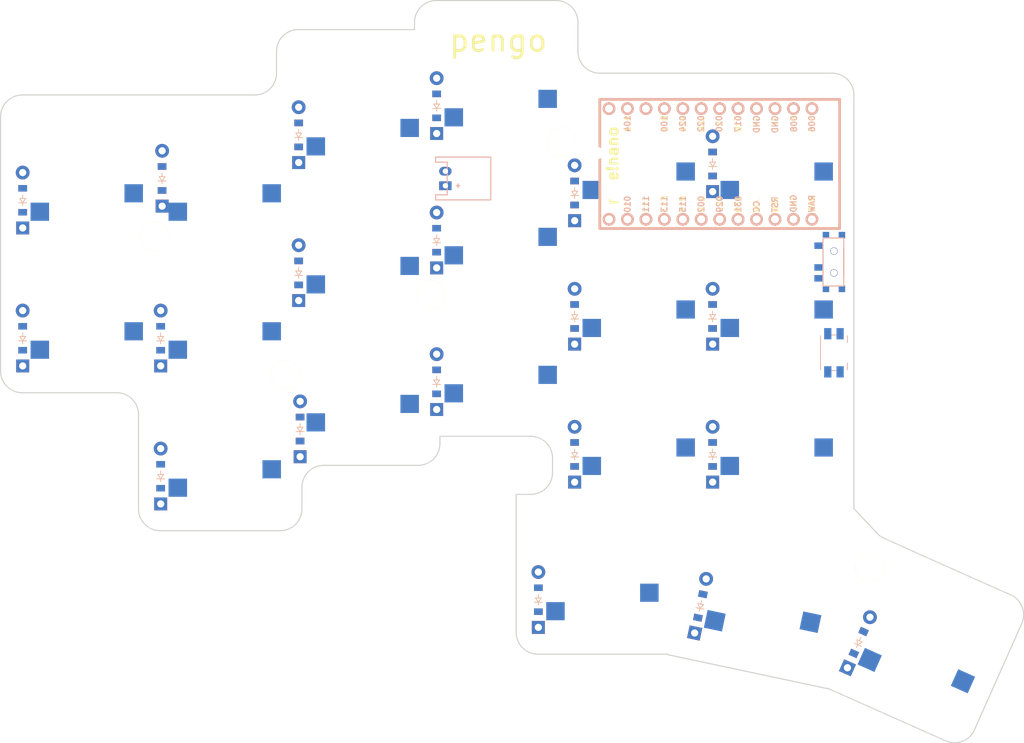
<source format=kicad_pcb>


(kicad_pcb (version 20171130) (host pcbnew 5.1.6)

  (page A3)
  (title_block
    (title "left")
    (rev "v1.0.0")
    (company "Unknown")
  )

  (general
    (thickness 1.6)
  )

  (layers
    (0 F.Cu signal)
    (31 B.Cu signal)
    (32 B.Adhes user)
    (33 F.Adhes user)
    (34 B.Paste user)
    (35 F.Paste user)
    (36 B.SilkS user)
    (37 F.SilkS user)
    (38 B.Mask user)
    (39 F.Mask user)
    (40 Dwgs.User user)
    (41 Cmts.User user)
    (42 Eco1.User user)
    (43 Eco2.User user)
    (44 Edge.Cuts user)
    (45 Margin user)
    (46 B.CrtYd user)
    (47 F.CrtYd user)
    (48 B.Fab user)
    (49 F.Fab user)
  )

  (setup
    (last_trace_width 0.25)
    (trace_clearance 0.2)
    (zone_clearance 0.508)
    (zone_45_only no)
    (trace_min 0.2)
    (via_size 0.8)
    (via_drill 0.4)
    (via_min_size 0.4)
    (via_min_drill 0.3)
    (uvia_size 0.3)
    (uvia_drill 0.1)
    (uvias_allowed no)
    (uvia_min_size 0.2)
    (uvia_min_drill 0.1)
    (edge_width 0.05)
    (segment_width 0.2)
    (pcb_text_width 0.3)
    (pcb_text_size 1.5 1.5)
    (mod_edge_width 0.12)
    (mod_text_size 1 1)
    (mod_text_width 0.15)
    (pad_size 1.524 1.524)
    (pad_drill 0.762)
    (pad_to_mask_clearance 0.05)
    (aux_axis_origin 0 0)
    (visible_elements FFFFFF7F)
    (pcbplotparams
      (layerselection 0x010fc_ffffffff)
      (usegerberextensions false)
      (usegerberattributes true)
      (usegerberadvancedattributes true)
      (creategerberjobfile true)
      (excludeedgelayer true)
      (linewidth 0.100000)
      (plotframeref false)
      (viasonmask false)
      (mode 1)
      (useauxorigin false)
      (hpglpennumber 1)
      (hpglpenspeed 20)
      (hpglpendiameter 15.000000)
      (psnegative false)
      (psa4output false)
      (plotreference true)
      (plotvalue true)
      (plotinvisibletext false)
      (padsonsilk false)
      (subtractmaskfromsilk false)
      (outputformat 1)
      (mirror false)
      (drillshape 1)
      (scaleselection 1)
      (outputdirectory ""))
  )

  (net 0 "")
(net 1 "P020")
(net 2 "outer_home")
(net 3 "outer_top")
(net 4 "P022")
(net 5 "pinky_bottom")
(net 6 "pinky_home")
(net 7 "pinky_top")
(net 8 "P024")
(net 9 "ring_bottom")
(net 10 "ring_home")
(net 11 "ring_top")
(net 12 "P100")
(net 13 "middle_bottom")
(net 14 "middle_home")
(net 15 "middle_top")
(net 16 "P011")
(net 17 "index_bottom")
(net 18 "index_home")
(net 19 "index_top")
(net 20 "P017")
(net 21 "inner_bottom")
(net 22 "inner_home")
(net 23 "inner_top")
(net 24 "near_thumb")
(net 25 "home_thumb")
(net 26 "far_thumb")
(net 27 "RAW")
(net 28 "GND")
(net 29 "RST")
(net 30 "VCC")
(net 31 "P031")
(net 32 "P029")
(net 33 "P002")
(net 34 "P115")
(net 35 "P113")
(net 36 "P111")
(net 37 "P010")
(net 38 "P009")
(net 39 "P006")
(net 40 "P008")
(net 41 "P104")
(net 42 "P106")
(net 43 "pos")

  (net_class Default "This is the default net class."
    (clearance 0.2)
    (trace_width 0.25)
    (via_dia 0.8)
    (via_drill 0.4)
    (uvia_dia 0.3)
    (uvia_drill 0.1)
    (add_net "")
(add_net "P020")
(add_net "outer_home")
(add_net "outer_top")
(add_net "P022")
(add_net "pinky_bottom")
(add_net "pinky_home")
(add_net "pinky_top")
(add_net "P024")
(add_net "ring_bottom")
(add_net "ring_home")
(add_net "ring_top")
(add_net "P100")
(add_net "middle_bottom")
(add_net "middle_home")
(add_net "middle_top")
(add_net "P011")
(add_net "index_bottom")
(add_net "index_home")
(add_net "index_top")
(add_net "P017")
(add_net "inner_bottom")
(add_net "inner_home")
(add_net "inner_top")
(add_net "near_thumb")
(add_net "home_thumb")
(add_net "far_thumb")
(add_net "RAW")
(add_net "GND")
(add_net "RST")
(add_net "VCC")
(add_net "P031")
(add_net "P029")
(add_net "P002")
(add_net "P115")
(add_net "P113")
(add_net "P111")
(add_net "P010")
(add_net "P009")
(add_net "P006")
(add_net "P008")
(add_net "P104")
(add_net "P106")
(add_net "pos")
  )

  
        
      (module MX (layer F.Cu) (tedit 5DD4F656)
      (at 0 -19 180)

      
      (fp_text reference "S1" (at 0 0) (layer F.SilkS) hide (effects (font (size 1.27 1.27) (thickness 0.15))))
      (fp_text value "" (at 0 0) (layer F.SilkS) hide (effects (font (size 1.27 1.27) (thickness 0.15))))

      
      (fp_line (start -7 -6) (end -7 -7) (layer Dwgs.User) (width 0.15))
      (fp_line (start -7 7) (end -6 7) (layer Dwgs.User) (width 0.15))
      (fp_line (start -6 -7) (end -7 -7) (layer Dwgs.User) (width 0.15))
      (fp_line (start -7 7) (end -7 6) (layer Dwgs.User) (width 0.15))
      (fp_line (start 7 6) (end 7 7) (layer Dwgs.User) (width 0.15))
      (fp_line (start 7 -7) (end 6 -7) (layer Dwgs.User) (width 0.15))
      (fp_line (start 6 7) (end 7 7) (layer Dwgs.User) (width 0.15))
      (fp_line (start 7 -7) (end 7 -6) (layer Dwgs.User) (width 0.15))
    
      
      (pad "" np_thru_hole circle (at 0 0) (size 3.9878 3.9878) (drill 3.9878) (layers *.Cu *.Mask))

      
      (pad "" np_thru_hole circle (at 5.08 0) (size 1.7018 1.7018) (drill 1.7018) (layers *.Cu *.Mask))
      (pad "" np_thru_hole circle (at -5.08 0) (size 1.7018 1.7018) (drill 1.7018) (layers *.Cu *.Mask))
      
        
      
      (fp_line (start -9.5 -9.5) (end 9.5 -9.5) (layer Dwgs.User) (width 0.15))
      (fp_line (start 9.5 -9.5) (end 9.5 9.5) (layer Dwgs.User) (width 0.15))
      (fp_line (start 9.5 9.5) (end -9.5 9.5) (layer Dwgs.User) (width 0.15))
      (fp_line (start -9.5 9.5) (end -9.5 -9.5) (layer Dwgs.User) (width 0.15))
      
        
        
        (pad "" np_thru_hole circle (at 2.54 -5.08) (size 3 3) (drill 3) (layers *.Cu *.Mask))
        (pad "" np_thru_hole circle (at -3.81 -2.54) (size 3 3) (drill 3) (layers *.Cu *.Mask))
        
        
        (pad 1 smd rect (at -7.085 -2.54 180) (size 2.55 2.5) (layers B.Cu B.Paste B.Mask) (net 1 "P020"))
        (pad 2 smd rect (at 5.842 -5.08 180) (size 2.55 2.5) (layers B.Cu B.Paste B.Mask) (net 2 "outer_home"))
        )
        

        
      (module MX (layer F.Cu) (tedit 5DD4F656)
      (at 0 -38 180)

      
      (fp_text reference "S2" (at 0 0) (layer F.SilkS) hide (effects (font (size 1.27 1.27) (thickness 0.15))))
      (fp_text value "" (at 0 0) (layer F.SilkS) hide (effects (font (size 1.27 1.27) (thickness 0.15))))

      
      (fp_line (start -7 -6) (end -7 -7) (layer Dwgs.User) (width 0.15))
      (fp_line (start -7 7) (end -6 7) (layer Dwgs.User) (width 0.15))
      (fp_line (start -6 -7) (end -7 -7) (layer Dwgs.User) (width 0.15))
      (fp_line (start -7 7) (end -7 6) (layer Dwgs.User) (width 0.15))
      (fp_line (start 7 6) (end 7 7) (layer Dwgs.User) (width 0.15))
      (fp_line (start 7 -7) (end 6 -7) (layer Dwgs.User) (width 0.15))
      (fp_line (start 6 7) (end 7 7) (layer Dwgs.User) (width 0.15))
      (fp_line (start 7 -7) (end 7 -6) (layer Dwgs.User) (width 0.15))
    
      
      (pad "" np_thru_hole circle (at 0 0) (size 3.9878 3.9878) (drill 3.9878) (layers *.Cu *.Mask))

      
      (pad "" np_thru_hole circle (at 5.08 0) (size 1.7018 1.7018) (drill 1.7018) (layers *.Cu *.Mask))
      (pad "" np_thru_hole circle (at -5.08 0) (size 1.7018 1.7018) (drill 1.7018) (layers *.Cu *.Mask))
      
        
      
      (fp_line (start -9.5 -9.5) (end 9.5 -9.5) (layer Dwgs.User) (width 0.15))
      (fp_line (start 9.5 -9.5) (end 9.5 9.5) (layer Dwgs.User) (width 0.15))
      (fp_line (start 9.5 9.5) (end -9.5 9.5) (layer Dwgs.User) (width 0.15))
      (fp_line (start -9.5 9.5) (end -9.5 -9.5) (layer Dwgs.User) (width 0.15))
      
        
        
        (pad "" np_thru_hole circle (at 2.54 -5.08) (size 3 3) (drill 3) (layers *.Cu *.Mask))
        (pad "" np_thru_hole circle (at -3.81 -2.54) (size 3 3) (drill 3) (layers *.Cu *.Mask))
        
        
        (pad 1 smd rect (at -7.085 -2.54 180) (size 2.55 2.5) (layers B.Cu B.Paste B.Mask) (net 1 "P020"))
        (pad 2 smd rect (at 5.842 -5.08 180) (size 2.55 2.5) (layers B.Cu B.Paste B.Mask) (net 3 "outer_top"))
        )
        

        
      (module MX (layer F.Cu) (tedit 5DD4F656)
      (at 19 0 180)

      
      (fp_text reference "S3" (at 0 0) (layer F.SilkS) hide (effects (font (size 1.27 1.27) (thickness 0.15))))
      (fp_text value "" (at 0 0) (layer F.SilkS) hide (effects (font (size 1.27 1.27) (thickness 0.15))))

      
      (fp_line (start -7 -6) (end -7 -7) (layer Dwgs.User) (width 0.15))
      (fp_line (start -7 7) (end -6 7) (layer Dwgs.User) (width 0.15))
      (fp_line (start -6 -7) (end -7 -7) (layer Dwgs.User) (width 0.15))
      (fp_line (start -7 7) (end -7 6) (layer Dwgs.User) (width 0.15))
      (fp_line (start 7 6) (end 7 7) (layer Dwgs.User) (width 0.15))
      (fp_line (start 7 -7) (end 6 -7) (layer Dwgs.User) (width 0.15))
      (fp_line (start 6 7) (end 7 7) (layer Dwgs.User) (width 0.15))
      (fp_line (start 7 -7) (end 7 -6) (layer Dwgs.User) (width 0.15))
    
      
      (pad "" np_thru_hole circle (at 0 0) (size 3.9878 3.9878) (drill 3.9878) (layers *.Cu *.Mask))

      
      (pad "" np_thru_hole circle (at 5.08 0) (size 1.7018 1.7018) (drill 1.7018) (layers *.Cu *.Mask))
      (pad "" np_thru_hole circle (at -5.08 0) (size 1.7018 1.7018) (drill 1.7018) (layers *.Cu *.Mask))
      
        
      
      (fp_line (start -9.5 -9.5) (end 9.5 -9.5) (layer Dwgs.User) (width 0.15))
      (fp_line (start 9.5 -9.5) (end 9.5 9.5) (layer Dwgs.User) (width 0.15))
      (fp_line (start 9.5 9.5) (end -9.5 9.5) (layer Dwgs.User) (width 0.15))
      (fp_line (start -9.5 9.5) (end -9.5 -9.5) (layer Dwgs.User) (width 0.15))
      
        
        
        (pad "" np_thru_hole circle (at 2.54 -5.08) (size 3 3) (drill 3) (layers *.Cu *.Mask))
        (pad "" np_thru_hole circle (at -3.81 -2.54) (size 3 3) (drill 3) (layers *.Cu *.Mask))
        
        
        (pad 1 smd rect (at -7.085 -2.54 180) (size 2.55 2.5) (layers B.Cu B.Paste B.Mask) (net 4 "P022"))
        (pad 2 smd rect (at 5.842 -5.08 180) (size 2.55 2.5) (layers B.Cu B.Paste B.Mask) (net 5 "pinky_bottom"))
        )
        

        
      (module MX (layer F.Cu) (tedit 5DD4F656)
      (at 19 -19 180)

      
      (fp_text reference "S4" (at 0 0) (layer F.SilkS) hide (effects (font (size 1.27 1.27) (thickness 0.15))))
      (fp_text value "" (at 0 0) (layer F.SilkS) hide (effects (font (size 1.27 1.27) (thickness 0.15))))

      
      (fp_line (start -7 -6) (end -7 -7) (layer Dwgs.User) (width 0.15))
      (fp_line (start -7 7) (end -6 7) (layer Dwgs.User) (width 0.15))
      (fp_line (start -6 -7) (end -7 -7) (layer Dwgs.User) (width 0.15))
      (fp_line (start -7 7) (end -7 6) (layer Dwgs.User) (width 0.15))
      (fp_line (start 7 6) (end 7 7) (layer Dwgs.User) (width 0.15))
      (fp_line (start 7 -7) (end 6 -7) (layer Dwgs.User) (width 0.15))
      (fp_line (start 6 7) (end 7 7) (layer Dwgs.User) (width 0.15))
      (fp_line (start 7 -7) (end 7 -6) (layer Dwgs.User) (width 0.15))
    
      
      (pad "" np_thru_hole circle (at 0 0) (size 3.9878 3.9878) (drill 3.9878) (layers *.Cu *.Mask))

      
      (pad "" np_thru_hole circle (at 5.08 0) (size 1.7018 1.7018) (drill 1.7018) (layers *.Cu *.Mask))
      (pad "" np_thru_hole circle (at -5.08 0) (size 1.7018 1.7018) (drill 1.7018) (layers *.Cu *.Mask))
      
        
      
      (fp_line (start -9.5 -9.5) (end 9.5 -9.5) (layer Dwgs.User) (width 0.15))
      (fp_line (start 9.5 -9.5) (end 9.5 9.5) (layer Dwgs.User) (width 0.15))
      (fp_line (start 9.5 9.5) (end -9.5 9.5) (layer Dwgs.User) (width 0.15))
      (fp_line (start -9.5 9.5) (end -9.5 -9.5) (layer Dwgs.User) (width 0.15))
      
        
        
        (pad "" np_thru_hole circle (at 2.54 -5.08) (size 3 3) (drill 3) (layers *.Cu *.Mask))
        (pad "" np_thru_hole circle (at -3.81 -2.54) (size 3 3) (drill 3) (layers *.Cu *.Mask))
        
        
        (pad 1 smd rect (at -7.085 -2.54 180) (size 2.55 2.5) (layers B.Cu B.Paste B.Mask) (net 4 "P022"))
        (pad 2 smd rect (at 5.842 -5.08 180) (size 2.55 2.5) (layers B.Cu B.Paste B.Mask) (net 6 "pinky_home"))
        )
        

        
      (module MX (layer F.Cu) (tedit 5DD4F656)
      (at 19 -38 180)

      
      (fp_text reference "S5" (at 0 0) (layer F.SilkS) hide (effects (font (size 1.27 1.27) (thickness 0.15))))
      (fp_text value "" (at 0 0) (layer F.SilkS) hide (effects (font (size 1.27 1.27) (thickness 0.15))))

      
      (fp_line (start -7 -6) (end -7 -7) (layer Dwgs.User) (width 0.15))
      (fp_line (start -7 7) (end -6 7) (layer Dwgs.User) (width 0.15))
      (fp_line (start -6 -7) (end -7 -7) (layer Dwgs.User) (width 0.15))
      (fp_line (start -7 7) (end -7 6) (layer Dwgs.User) (width 0.15))
      (fp_line (start 7 6) (end 7 7) (layer Dwgs.User) (width 0.15))
      (fp_line (start 7 -7) (end 6 -7) (layer Dwgs.User) (width 0.15))
      (fp_line (start 6 7) (end 7 7) (layer Dwgs.User) (width 0.15))
      (fp_line (start 7 -7) (end 7 -6) (layer Dwgs.User) (width 0.15))
    
      
      (pad "" np_thru_hole circle (at 0 0) (size 3.9878 3.9878) (drill 3.9878) (layers *.Cu *.Mask))

      
      (pad "" np_thru_hole circle (at 5.08 0) (size 1.7018 1.7018) (drill 1.7018) (layers *.Cu *.Mask))
      (pad "" np_thru_hole circle (at -5.08 0) (size 1.7018 1.7018) (drill 1.7018) (layers *.Cu *.Mask))
      
        
      
      (fp_line (start -9.5 -9.5) (end 9.5 -9.5) (layer Dwgs.User) (width 0.15))
      (fp_line (start 9.5 -9.5) (end 9.5 9.5) (layer Dwgs.User) (width 0.15))
      (fp_line (start 9.5 9.5) (end -9.5 9.5) (layer Dwgs.User) (width 0.15))
      (fp_line (start -9.5 9.5) (end -9.5 -9.5) (layer Dwgs.User) (width 0.15))
      
        
        
        (pad "" np_thru_hole circle (at 2.54 -5.08) (size 3 3) (drill 3) (layers *.Cu *.Mask))
        (pad "" np_thru_hole circle (at -3.81 -2.54) (size 3 3) (drill 3) (layers *.Cu *.Mask))
        
        
        (pad 1 smd rect (at -7.085 -2.54 180) (size 2.55 2.5) (layers B.Cu B.Paste B.Mask) (net 4 "P022"))
        (pad 2 smd rect (at 5.842 -5.08 180) (size 2.55 2.5) (layers B.Cu B.Paste B.Mask) (net 7 "pinky_top"))
        )
        

        
      (module MX (layer F.Cu) (tedit 5DD4F656)
      (at 38 -9 180)

      
      (fp_text reference "S6" (at 0 0) (layer F.SilkS) hide (effects (font (size 1.27 1.27) (thickness 0.15))))
      (fp_text value "" (at 0 0) (layer F.SilkS) hide (effects (font (size 1.27 1.27) (thickness 0.15))))

      
      (fp_line (start -7 -6) (end -7 -7) (layer Dwgs.User) (width 0.15))
      (fp_line (start -7 7) (end -6 7) (layer Dwgs.User) (width 0.15))
      (fp_line (start -6 -7) (end -7 -7) (layer Dwgs.User) (width 0.15))
      (fp_line (start -7 7) (end -7 6) (layer Dwgs.User) (width 0.15))
      (fp_line (start 7 6) (end 7 7) (layer Dwgs.User) (width 0.15))
      (fp_line (start 7 -7) (end 6 -7) (layer Dwgs.User) (width 0.15))
      (fp_line (start 6 7) (end 7 7) (layer Dwgs.User) (width 0.15))
      (fp_line (start 7 -7) (end 7 -6) (layer Dwgs.User) (width 0.15))
    
      
      (pad "" np_thru_hole circle (at 0 0) (size 3.9878 3.9878) (drill 3.9878) (layers *.Cu *.Mask))

      
      (pad "" np_thru_hole circle (at 5.08 0) (size 1.7018 1.7018) (drill 1.7018) (layers *.Cu *.Mask))
      (pad "" np_thru_hole circle (at -5.08 0) (size 1.7018 1.7018) (drill 1.7018) (layers *.Cu *.Mask))
      
        
      
      (fp_line (start -9.5 -9.5) (end 9.5 -9.5) (layer Dwgs.User) (width 0.15))
      (fp_line (start 9.5 -9.5) (end 9.5 9.5) (layer Dwgs.User) (width 0.15))
      (fp_line (start 9.5 9.5) (end -9.5 9.5) (layer Dwgs.User) (width 0.15))
      (fp_line (start -9.5 9.5) (end -9.5 -9.5) (layer Dwgs.User) (width 0.15))
      
        
        
        (pad "" np_thru_hole circle (at 2.54 -5.08) (size 3 3) (drill 3) (layers *.Cu *.Mask))
        (pad "" np_thru_hole circle (at -3.81 -2.54) (size 3 3) (drill 3) (layers *.Cu *.Mask))
        
        
        (pad 1 smd rect (at -7.085 -2.54 180) (size 2.55 2.5) (layers B.Cu B.Paste B.Mask) (net 8 "P024"))
        (pad 2 smd rect (at 5.842 -5.08 180) (size 2.55 2.5) (layers B.Cu B.Paste B.Mask) (net 9 "ring_bottom"))
        )
        

        
      (module MX (layer F.Cu) (tedit 5DD4F656)
      (at 38 -28 180)

      
      (fp_text reference "S7" (at 0 0) (layer F.SilkS) hide (effects (font (size 1.27 1.27) (thickness 0.15))))
      (fp_text value "" (at 0 0) (layer F.SilkS) hide (effects (font (size 1.27 1.27) (thickness 0.15))))

      
      (fp_line (start -7 -6) (end -7 -7) (layer Dwgs.User) (width 0.15))
      (fp_line (start -7 7) (end -6 7) (layer Dwgs.User) (width 0.15))
      (fp_line (start -6 -7) (end -7 -7) (layer Dwgs.User) (width 0.15))
      (fp_line (start -7 7) (end -7 6) (layer Dwgs.User) (width 0.15))
      (fp_line (start 7 6) (end 7 7) (layer Dwgs.User) (width 0.15))
      (fp_line (start 7 -7) (end 6 -7) (layer Dwgs.User) (width 0.15))
      (fp_line (start 6 7) (end 7 7) (layer Dwgs.User) (width 0.15))
      (fp_line (start 7 -7) (end 7 -6) (layer Dwgs.User) (width 0.15))
    
      
      (pad "" np_thru_hole circle (at 0 0) (size 3.9878 3.9878) (drill 3.9878) (layers *.Cu *.Mask))

      
      (pad "" np_thru_hole circle (at 5.08 0) (size 1.7018 1.7018) (drill 1.7018) (layers *.Cu *.Mask))
      (pad "" np_thru_hole circle (at -5.08 0) (size 1.7018 1.7018) (drill 1.7018) (layers *.Cu *.Mask))
      
        
      
      (fp_line (start -9.5 -9.5) (end 9.5 -9.5) (layer Dwgs.User) (width 0.15))
      (fp_line (start 9.5 -9.5) (end 9.5 9.5) (layer Dwgs.User) (width 0.15))
      (fp_line (start 9.5 9.5) (end -9.5 9.5) (layer Dwgs.User) (width 0.15))
      (fp_line (start -9.5 9.5) (end -9.5 -9.5) (layer Dwgs.User) (width 0.15))
      
        
        
        (pad "" np_thru_hole circle (at 2.54 -5.08) (size 3 3) (drill 3) (layers *.Cu *.Mask))
        (pad "" np_thru_hole circle (at -3.81 -2.54) (size 3 3) (drill 3) (layers *.Cu *.Mask))
        
        
        (pad 1 smd rect (at -7.085 -2.54 180) (size 2.55 2.5) (layers B.Cu B.Paste B.Mask) (net 8 "P024"))
        (pad 2 smd rect (at 5.842 -5.08 180) (size 2.55 2.5) (layers B.Cu B.Paste B.Mask) (net 10 "ring_home"))
        )
        

        
      (module MX (layer F.Cu) (tedit 5DD4F656)
      (at 38 -47 180)

      
      (fp_text reference "S8" (at 0 0) (layer F.SilkS) hide (effects (font (size 1.27 1.27) (thickness 0.15))))
      (fp_text value "" (at 0 0) (layer F.SilkS) hide (effects (font (size 1.27 1.27) (thickness 0.15))))

      
      (fp_line (start -7 -6) (end -7 -7) (layer Dwgs.User) (width 0.15))
      (fp_line (start -7 7) (end -6 7) (layer Dwgs.User) (width 0.15))
      (fp_line (start -6 -7) (end -7 -7) (layer Dwgs.User) (width 0.15))
      (fp_line (start -7 7) (end -7 6) (layer Dwgs.User) (width 0.15))
      (fp_line (start 7 6) (end 7 7) (layer Dwgs.User) (width 0.15))
      (fp_line (start 7 -7) (end 6 -7) (layer Dwgs.User) (width 0.15))
      (fp_line (start 6 7) (end 7 7) (layer Dwgs.User) (width 0.15))
      (fp_line (start 7 -7) (end 7 -6) (layer Dwgs.User) (width 0.15))
    
      
      (pad "" np_thru_hole circle (at 0 0) (size 3.9878 3.9878) (drill 3.9878) (layers *.Cu *.Mask))

      
      (pad "" np_thru_hole circle (at 5.08 0) (size 1.7018 1.7018) (drill 1.7018) (layers *.Cu *.Mask))
      (pad "" np_thru_hole circle (at -5.08 0) (size 1.7018 1.7018) (drill 1.7018) (layers *.Cu *.Mask))
      
        
      
      (fp_line (start -9.5 -9.5) (end 9.5 -9.5) (layer Dwgs.User) (width 0.15))
      (fp_line (start 9.5 -9.5) (end 9.5 9.5) (layer Dwgs.User) (width 0.15))
      (fp_line (start 9.5 9.5) (end -9.5 9.5) (layer Dwgs.User) (width 0.15))
      (fp_line (start -9.5 9.5) (end -9.5 -9.5) (layer Dwgs.User) (width 0.15))
      
        
        
        (pad "" np_thru_hole circle (at 2.54 -5.08) (size 3 3) (drill 3) (layers *.Cu *.Mask))
        (pad "" np_thru_hole circle (at -3.81 -2.54) (size 3 3) (drill 3) (layers *.Cu *.Mask))
        
        
        (pad 1 smd rect (at -7.085 -2.54 180) (size 2.55 2.5) (layers B.Cu B.Paste B.Mask) (net 8 "P024"))
        (pad 2 smd rect (at 5.842 -5.08 180) (size 2.55 2.5) (layers B.Cu B.Paste B.Mask) (net 11 "ring_top"))
        )
        

        
      (module MX (layer F.Cu) (tedit 5DD4F656)
      (at 57 -13 180)

      
      (fp_text reference "S9" (at 0 0) (layer F.SilkS) hide (effects (font (size 1.27 1.27) (thickness 0.15))))
      (fp_text value "" (at 0 0) (layer F.SilkS) hide (effects (font (size 1.27 1.27) (thickness 0.15))))

      
      (fp_line (start -7 -6) (end -7 -7) (layer Dwgs.User) (width 0.15))
      (fp_line (start -7 7) (end -6 7) (layer Dwgs.User) (width 0.15))
      (fp_line (start -6 -7) (end -7 -7) (layer Dwgs.User) (width 0.15))
      (fp_line (start -7 7) (end -7 6) (layer Dwgs.User) (width 0.15))
      (fp_line (start 7 6) (end 7 7) (layer Dwgs.User) (width 0.15))
      (fp_line (start 7 -7) (end 6 -7) (layer Dwgs.User) (width 0.15))
      (fp_line (start 6 7) (end 7 7) (layer Dwgs.User) (width 0.15))
      (fp_line (start 7 -7) (end 7 -6) (layer Dwgs.User) (width 0.15))
    
      
      (pad "" np_thru_hole circle (at 0 0) (size 3.9878 3.9878) (drill 3.9878) (layers *.Cu *.Mask))

      
      (pad "" np_thru_hole circle (at 5.08 0) (size 1.7018 1.7018) (drill 1.7018) (layers *.Cu *.Mask))
      (pad "" np_thru_hole circle (at -5.08 0) (size 1.7018 1.7018) (drill 1.7018) (layers *.Cu *.Mask))
      
        
      
      (fp_line (start -9.5 -9.5) (end 9.5 -9.5) (layer Dwgs.User) (width 0.15))
      (fp_line (start 9.5 -9.5) (end 9.5 9.5) (layer Dwgs.User) (width 0.15))
      (fp_line (start 9.5 9.5) (end -9.5 9.5) (layer Dwgs.User) (width 0.15))
      (fp_line (start -9.5 9.5) (end -9.5 -9.5) (layer Dwgs.User) (width 0.15))
      
        
        
        (pad "" np_thru_hole circle (at 2.54 -5.08) (size 3 3) (drill 3) (layers *.Cu *.Mask))
        (pad "" np_thru_hole circle (at -3.81 -2.54) (size 3 3) (drill 3) (layers *.Cu *.Mask))
        
        
        (pad 1 smd rect (at -7.085 -2.54 180) (size 2.55 2.5) (layers B.Cu B.Paste B.Mask) (net 12 "P100"))
        (pad 2 smd rect (at 5.842 -5.08 180) (size 2.55 2.5) (layers B.Cu B.Paste B.Mask) (net 13 "middle_bottom"))
        )
        

        
      (module MX (layer F.Cu) (tedit 5DD4F656)
      (at 57 -32 180)

      
      (fp_text reference "S10" (at 0 0) (layer F.SilkS) hide (effects (font (size 1.27 1.27) (thickness 0.15))))
      (fp_text value "" (at 0 0) (layer F.SilkS) hide (effects (font (size 1.27 1.27) (thickness 0.15))))

      
      (fp_line (start -7 -6) (end -7 -7) (layer Dwgs.User) (width 0.15))
      (fp_line (start -7 7) (end -6 7) (layer Dwgs.User) (width 0.15))
      (fp_line (start -6 -7) (end -7 -7) (layer Dwgs.User) (width 0.15))
      (fp_line (start -7 7) (end -7 6) (layer Dwgs.User) (width 0.15))
      (fp_line (start 7 6) (end 7 7) (layer Dwgs.User) (width 0.15))
      (fp_line (start 7 -7) (end 6 -7) (layer Dwgs.User) (width 0.15))
      (fp_line (start 6 7) (end 7 7) (layer Dwgs.User) (width 0.15))
      (fp_line (start 7 -7) (end 7 -6) (layer Dwgs.User) (width 0.15))
    
      
      (pad "" np_thru_hole circle (at 0 0) (size 3.9878 3.9878) (drill 3.9878) (layers *.Cu *.Mask))

      
      (pad "" np_thru_hole circle (at 5.08 0) (size 1.7018 1.7018) (drill 1.7018) (layers *.Cu *.Mask))
      (pad "" np_thru_hole circle (at -5.08 0) (size 1.7018 1.7018) (drill 1.7018) (layers *.Cu *.Mask))
      
        
      
      (fp_line (start -9.5 -9.5) (end 9.5 -9.5) (layer Dwgs.User) (width 0.15))
      (fp_line (start 9.5 -9.5) (end 9.5 9.5) (layer Dwgs.User) (width 0.15))
      (fp_line (start 9.5 9.5) (end -9.5 9.5) (layer Dwgs.User) (width 0.15))
      (fp_line (start -9.5 9.5) (end -9.5 -9.5) (layer Dwgs.User) (width 0.15))
      
        
        
        (pad "" np_thru_hole circle (at 2.54 -5.08) (size 3 3) (drill 3) (layers *.Cu *.Mask))
        (pad "" np_thru_hole circle (at -3.81 -2.54) (size 3 3) (drill 3) (layers *.Cu *.Mask))
        
        
        (pad 1 smd rect (at -7.085 -2.54 180) (size 2.55 2.5) (layers B.Cu B.Paste B.Mask) (net 12 "P100"))
        (pad 2 smd rect (at 5.842 -5.08 180) (size 2.55 2.5) (layers B.Cu B.Paste B.Mask) (net 14 "middle_home"))
        )
        

        
      (module MX (layer F.Cu) (tedit 5DD4F656)
      (at 57 -51 180)

      
      (fp_text reference "S11" (at 0 0) (layer F.SilkS) hide (effects (font (size 1.27 1.27) (thickness 0.15))))
      (fp_text value "" (at 0 0) (layer F.SilkS) hide (effects (font (size 1.27 1.27) (thickness 0.15))))

      
      (fp_line (start -7 -6) (end -7 -7) (layer Dwgs.User) (width 0.15))
      (fp_line (start -7 7) (end -6 7) (layer Dwgs.User) (width 0.15))
      (fp_line (start -6 -7) (end -7 -7) (layer Dwgs.User) (width 0.15))
      (fp_line (start -7 7) (end -7 6) (layer Dwgs.User) (width 0.15))
      (fp_line (start 7 6) (end 7 7) (layer Dwgs.User) (width 0.15))
      (fp_line (start 7 -7) (end 6 -7) (layer Dwgs.User) (width 0.15))
      (fp_line (start 6 7) (end 7 7) (layer Dwgs.User) (width 0.15))
      (fp_line (start 7 -7) (end 7 -6) (layer Dwgs.User) (width 0.15))
    
      
      (pad "" np_thru_hole circle (at 0 0) (size 3.9878 3.9878) (drill 3.9878) (layers *.Cu *.Mask))

      
      (pad "" np_thru_hole circle (at 5.08 0) (size 1.7018 1.7018) (drill 1.7018) (layers *.Cu *.Mask))
      (pad "" np_thru_hole circle (at -5.08 0) (size 1.7018 1.7018) (drill 1.7018) (layers *.Cu *.Mask))
      
        
      
      (fp_line (start -9.5 -9.5) (end 9.5 -9.5) (layer Dwgs.User) (width 0.15))
      (fp_line (start 9.5 -9.5) (end 9.5 9.5) (layer Dwgs.User) (width 0.15))
      (fp_line (start 9.5 9.5) (end -9.5 9.5) (layer Dwgs.User) (width 0.15))
      (fp_line (start -9.5 9.5) (end -9.5 -9.5) (layer Dwgs.User) (width 0.15))
      
        
        
        (pad "" np_thru_hole circle (at 2.54 -5.08) (size 3 3) (drill 3) (layers *.Cu *.Mask))
        (pad "" np_thru_hole circle (at -3.81 -2.54) (size 3 3) (drill 3) (layers *.Cu *.Mask))
        
        
        (pad 1 smd rect (at -7.085 -2.54 180) (size 2.55 2.5) (layers B.Cu B.Paste B.Mask) (net 12 "P100"))
        (pad 2 smd rect (at 5.842 -5.08 180) (size 2.55 2.5) (layers B.Cu B.Paste B.Mask) (net 15 "middle_top"))
        )
        

        
      (module MX (layer F.Cu) (tedit 5DD4F656)
      (at 76 -3 180)

      
      (fp_text reference "S12" (at 0 0) (layer F.SilkS) hide (effects (font (size 1.27 1.27) (thickness 0.15))))
      (fp_text value "" (at 0 0) (layer F.SilkS) hide (effects (font (size 1.27 1.27) (thickness 0.15))))

      
      (fp_line (start -7 -6) (end -7 -7) (layer Dwgs.User) (width 0.15))
      (fp_line (start -7 7) (end -6 7) (layer Dwgs.User) (width 0.15))
      (fp_line (start -6 -7) (end -7 -7) (layer Dwgs.User) (width 0.15))
      (fp_line (start -7 7) (end -7 6) (layer Dwgs.User) (width 0.15))
      (fp_line (start 7 6) (end 7 7) (layer Dwgs.User) (width 0.15))
      (fp_line (start 7 -7) (end 6 -7) (layer Dwgs.User) (width 0.15))
      (fp_line (start 6 7) (end 7 7) (layer Dwgs.User) (width 0.15))
      (fp_line (start 7 -7) (end 7 -6) (layer Dwgs.User) (width 0.15))
    
      
      (pad "" np_thru_hole circle (at 0 0) (size 3.9878 3.9878) (drill 3.9878) (layers *.Cu *.Mask))

      
      (pad "" np_thru_hole circle (at 5.08 0) (size 1.7018 1.7018) (drill 1.7018) (layers *.Cu *.Mask))
      (pad "" np_thru_hole circle (at -5.08 0) (size 1.7018 1.7018) (drill 1.7018) (layers *.Cu *.Mask))
      
        
      
      (fp_line (start -9.5 -9.5) (end 9.5 -9.5) (layer Dwgs.User) (width 0.15))
      (fp_line (start 9.5 -9.5) (end 9.5 9.5) (layer Dwgs.User) (width 0.15))
      (fp_line (start 9.5 9.5) (end -9.5 9.5) (layer Dwgs.User) (width 0.15))
      (fp_line (start -9.5 9.5) (end -9.5 -9.5) (layer Dwgs.User) (width 0.15))
      
        
        
        (pad "" np_thru_hole circle (at 2.54 -5.08) (size 3 3) (drill 3) (layers *.Cu *.Mask))
        (pad "" np_thru_hole circle (at -3.81 -2.54) (size 3 3) (drill 3) (layers *.Cu *.Mask))
        
        
        (pad 1 smd rect (at -7.085 -2.54 180) (size 2.55 2.5) (layers B.Cu B.Paste B.Mask) (net 16 "P011"))
        (pad 2 smd rect (at 5.842 -5.08 180) (size 2.55 2.5) (layers B.Cu B.Paste B.Mask) (net 17 "index_bottom"))
        )
        

        
      (module MX (layer F.Cu) (tedit 5DD4F656)
      (at 76 -22 180)

      
      (fp_text reference "S13" (at 0 0) (layer F.SilkS) hide (effects (font (size 1.27 1.27) (thickness 0.15))))
      (fp_text value "" (at 0 0) (layer F.SilkS) hide (effects (font (size 1.27 1.27) (thickness 0.15))))

      
      (fp_line (start -7 -6) (end -7 -7) (layer Dwgs.User) (width 0.15))
      (fp_line (start -7 7) (end -6 7) (layer Dwgs.User) (width 0.15))
      (fp_line (start -6 -7) (end -7 -7) (layer Dwgs.User) (width 0.15))
      (fp_line (start -7 7) (end -7 6) (layer Dwgs.User) (width 0.15))
      (fp_line (start 7 6) (end 7 7) (layer Dwgs.User) (width 0.15))
      (fp_line (start 7 -7) (end 6 -7) (layer Dwgs.User) (width 0.15))
      (fp_line (start 6 7) (end 7 7) (layer Dwgs.User) (width 0.15))
      (fp_line (start 7 -7) (end 7 -6) (layer Dwgs.User) (width 0.15))
    
      
      (pad "" np_thru_hole circle (at 0 0) (size 3.9878 3.9878) (drill 3.9878) (layers *.Cu *.Mask))

      
      (pad "" np_thru_hole circle (at 5.08 0) (size 1.7018 1.7018) (drill 1.7018) (layers *.Cu *.Mask))
      (pad "" np_thru_hole circle (at -5.08 0) (size 1.7018 1.7018) (drill 1.7018) (layers *.Cu *.Mask))
      
        
      
      (fp_line (start -9.5 -9.5) (end 9.5 -9.5) (layer Dwgs.User) (width 0.15))
      (fp_line (start 9.5 -9.5) (end 9.5 9.5) (layer Dwgs.User) (width 0.15))
      (fp_line (start 9.5 9.5) (end -9.5 9.5) (layer Dwgs.User) (width 0.15))
      (fp_line (start -9.5 9.5) (end -9.5 -9.5) (layer Dwgs.User) (width 0.15))
      
        
        
        (pad "" np_thru_hole circle (at 2.54 -5.08) (size 3 3) (drill 3) (layers *.Cu *.Mask))
        (pad "" np_thru_hole circle (at -3.81 -2.54) (size 3 3) (drill 3) (layers *.Cu *.Mask))
        
        
        (pad 1 smd rect (at -7.085 -2.54 180) (size 2.55 2.5) (layers B.Cu B.Paste B.Mask) (net 16 "P011"))
        (pad 2 smd rect (at 5.842 -5.08 180) (size 2.55 2.5) (layers B.Cu B.Paste B.Mask) (net 18 "index_home"))
        )
        

        
      (module MX (layer F.Cu) (tedit 5DD4F656)
      (at 76 -41 180)

      
      (fp_text reference "S14" (at 0 0) (layer F.SilkS) hide (effects (font (size 1.27 1.27) (thickness 0.15))))
      (fp_text value "" (at 0 0) (layer F.SilkS) hide (effects (font (size 1.27 1.27) (thickness 0.15))))

      
      (fp_line (start -7 -6) (end -7 -7) (layer Dwgs.User) (width 0.15))
      (fp_line (start -7 7) (end -6 7) (layer Dwgs.User) (width 0.15))
      (fp_line (start -6 -7) (end -7 -7) (layer Dwgs.User) (width 0.15))
      (fp_line (start -7 7) (end -7 6) (layer Dwgs.User) (width 0.15))
      (fp_line (start 7 6) (end 7 7) (layer Dwgs.User) (width 0.15))
      (fp_line (start 7 -7) (end 6 -7) (layer Dwgs.User) (width 0.15))
      (fp_line (start 6 7) (end 7 7) (layer Dwgs.User) (width 0.15))
      (fp_line (start 7 -7) (end 7 -6) (layer Dwgs.User) (width 0.15))
    
      
      (pad "" np_thru_hole circle (at 0 0) (size 3.9878 3.9878) (drill 3.9878) (layers *.Cu *.Mask))

      
      (pad "" np_thru_hole circle (at 5.08 0) (size 1.7018 1.7018) (drill 1.7018) (layers *.Cu *.Mask))
      (pad "" np_thru_hole circle (at -5.08 0) (size 1.7018 1.7018) (drill 1.7018) (layers *.Cu *.Mask))
      
        
      
      (fp_line (start -9.5 -9.5) (end 9.5 -9.5) (layer Dwgs.User) (width 0.15))
      (fp_line (start 9.5 -9.5) (end 9.5 9.5) (layer Dwgs.User) (width 0.15))
      (fp_line (start 9.5 9.5) (end -9.5 9.5) (layer Dwgs.User) (width 0.15))
      (fp_line (start -9.5 9.5) (end -9.5 -9.5) (layer Dwgs.User) (width 0.15))
      
        
        
        (pad "" np_thru_hole circle (at 2.54 -5.08) (size 3 3) (drill 3) (layers *.Cu *.Mask))
        (pad "" np_thru_hole circle (at -3.81 -2.54) (size 3 3) (drill 3) (layers *.Cu *.Mask))
        
        
        (pad 1 smd rect (at -7.085 -2.54 180) (size 2.55 2.5) (layers B.Cu B.Paste B.Mask) (net 16 "P011"))
        (pad 2 smd rect (at 5.842 -5.08 180) (size 2.55 2.5) (layers B.Cu B.Paste B.Mask) (net 19 "index_top"))
        )
        

        
      (module MX (layer F.Cu) (tedit 5DD4F656)
      (at 95 -3 180)

      
      (fp_text reference "S15" (at 0 0) (layer F.SilkS) hide (effects (font (size 1.27 1.27) (thickness 0.15))))
      (fp_text value "" (at 0 0) (layer F.SilkS) hide (effects (font (size 1.27 1.27) (thickness 0.15))))

      
      (fp_line (start -7 -6) (end -7 -7) (layer Dwgs.User) (width 0.15))
      (fp_line (start -7 7) (end -6 7) (layer Dwgs.User) (width 0.15))
      (fp_line (start -6 -7) (end -7 -7) (layer Dwgs.User) (width 0.15))
      (fp_line (start -7 7) (end -7 6) (layer Dwgs.User) (width 0.15))
      (fp_line (start 7 6) (end 7 7) (layer Dwgs.User) (width 0.15))
      (fp_line (start 7 -7) (end 6 -7) (layer Dwgs.User) (width 0.15))
      (fp_line (start 6 7) (end 7 7) (layer Dwgs.User) (width 0.15))
      (fp_line (start 7 -7) (end 7 -6) (layer Dwgs.User) (width 0.15))
    
      
      (pad "" np_thru_hole circle (at 0 0) (size 3.9878 3.9878) (drill 3.9878) (layers *.Cu *.Mask))

      
      (pad "" np_thru_hole circle (at 5.08 0) (size 1.7018 1.7018) (drill 1.7018) (layers *.Cu *.Mask))
      (pad "" np_thru_hole circle (at -5.08 0) (size 1.7018 1.7018) (drill 1.7018) (layers *.Cu *.Mask))
      
        
      
      (fp_line (start -9.5 -9.5) (end 9.5 -9.5) (layer Dwgs.User) (width 0.15))
      (fp_line (start 9.5 -9.5) (end 9.5 9.5) (layer Dwgs.User) (width 0.15))
      (fp_line (start 9.5 9.5) (end -9.5 9.5) (layer Dwgs.User) (width 0.15))
      (fp_line (start -9.5 9.5) (end -9.5 -9.5) (layer Dwgs.User) (width 0.15))
      
        
        
        (pad "" np_thru_hole circle (at 2.54 -5.08) (size 3 3) (drill 3) (layers *.Cu *.Mask))
        (pad "" np_thru_hole circle (at -3.81 -2.54) (size 3 3) (drill 3) (layers *.Cu *.Mask))
        
        
        (pad 1 smd rect (at -7.085 -2.54 180) (size 2.55 2.5) (layers B.Cu B.Paste B.Mask) (net 20 "P017"))
        (pad 2 smd rect (at 5.842 -5.08 180) (size 2.55 2.5) (layers B.Cu B.Paste B.Mask) (net 21 "inner_bottom"))
        )
        

        
      (module MX (layer F.Cu) (tedit 5DD4F656)
      (at 95 -22 180)

      
      (fp_text reference "S16" (at 0 0) (layer F.SilkS) hide (effects (font (size 1.27 1.27) (thickness 0.15))))
      (fp_text value "" (at 0 0) (layer F.SilkS) hide (effects (font (size 1.27 1.27) (thickness 0.15))))

      
      (fp_line (start -7 -6) (end -7 -7) (layer Dwgs.User) (width 0.15))
      (fp_line (start -7 7) (end -6 7) (layer Dwgs.User) (width 0.15))
      (fp_line (start -6 -7) (end -7 -7) (layer Dwgs.User) (width 0.15))
      (fp_line (start -7 7) (end -7 6) (layer Dwgs.User) (width 0.15))
      (fp_line (start 7 6) (end 7 7) (layer Dwgs.User) (width 0.15))
      (fp_line (start 7 -7) (end 6 -7) (layer Dwgs.User) (width 0.15))
      (fp_line (start 6 7) (end 7 7) (layer Dwgs.User) (width 0.15))
      (fp_line (start 7 -7) (end 7 -6) (layer Dwgs.User) (width 0.15))
    
      
      (pad "" np_thru_hole circle (at 0 0) (size 3.9878 3.9878) (drill 3.9878) (layers *.Cu *.Mask))

      
      (pad "" np_thru_hole circle (at 5.08 0) (size 1.7018 1.7018) (drill 1.7018) (layers *.Cu *.Mask))
      (pad "" np_thru_hole circle (at -5.08 0) (size 1.7018 1.7018) (drill 1.7018) (layers *.Cu *.Mask))
      
        
      
      (fp_line (start -9.5 -9.5) (end 9.5 -9.5) (layer Dwgs.User) (width 0.15))
      (fp_line (start 9.5 -9.5) (end 9.5 9.5) (layer Dwgs.User) (width 0.15))
      (fp_line (start 9.5 9.5) (end -9.5 9.5) (layer Dwgs.User) (width 0.15))
      (fp_line (start -9.5 9.5) (end -9.5 -9.5) (layer Dwgs.User) (width 0.15))
      
        
        
        (pad "" np_thru_hole circle (at 2.54 -5.08) (size 3 3) (drill 3) (layers *.Cu *.Mask))
        (pad "" np_thru_hole circle (at -3.81 -2.54) (size 3 3) (drill 3) (layers *.Cu *.Mask))
        
        
        (pad 1 smd rect (at -7.085 -2.54 180) (size 2.55 2.5) (layers B.Cu B.Paste B.Mask) (net 20 "P017"))
        (pad 2 smd rect (at 5.842 -5.08 180) (size 2.55 2.5) (layers B.Cu B.Paste B.Mask) (net 22 "inner_home"))
        )
        

        
      (module MX (layer F.Cu) (tedit 5DD4F656)
      (at 95 -41 180)

      
      (fp_text reference "S17" (at 0 0) (layer F.SilkS) hide (effects (font (size 1.27 1.27) (thickness 0.15))))
      (fp_text value "" (at 0 0) (layer F.SilkS) hide (effects (font (size 1.27 1.27) (thickness 0.15))))

      
      (fp_line (start -7 -6) (end -7 -7) (layer Dwgs.User) (width 0.15))
      (fp_line (start -7 7) (end -6 7) (layer Dwgs.User) (width 0.15))
      (fp_line (start -6 -7) (end -7 -7) (layer Dwgs.User) (width 0.15))
      (fp_line (start -7 7) (end -7 6) (layer Dwgs.User) (width 0.15))
      (fp_line (start 7 6) (end 7 7) (layer Dwgs.User) (width 0.15))
      (fp_line (start 7 -7) (end 6 -7) (layer Dwgs.User) (width 0.15))
      (fp_line (start 6 7) (end 7 7) (layer Dwgs.User) (width 0.15))
      (fp_line (start 7 -7) (end 7 -6) (layer Dwgs.User) (width 0.15))
    
      
      (pad "" np_thru_hole circle (at 0 0) (size 3.9878 3.9878) (drill 3.9878) (layers *.Cu *.Mask))

      
      (pad "" np_thru_hole circle (at 5.08 0) (size 1.7018 1.7018) (drill 1.7018) (layers *.Cu *.Mask))
      (pad "" np_thru_hole circle (at -5.08 0) (size 1.7018 1.7018) (drill 1.7018) (layers *.Cu *.Mask))
      
        
      
      (fp_line (start -9.5 -9.5) (end 9.5 -9.5) (layer Dwgs.User) (width 0.15))
      (fp_line (start 9.5 -9.5) (end 9.5 9.5) (layer Dwgs.User) (width 0.15))
      (fp_line (start 9.5 9.5) (end -9.5 9.5) (layer Dwgs.User) (width 0.15))
      (fp_line (start -9.5 9.5) (end -9.5 -9.5) (layer Dwgs.User) (width 0.15))
      
        
        
        (pad "" np_thru_hole circle (at 2.54 -5.08) (size 3 3) (drill 3) (layers *.Cu *.Mask))
        (pad "" np_thru_hole circle (at -3.81 -2.54) (size 3 3) (drill 3) (layers *.Cu *.Mask))
        
        
        (pad 1 smd rect (at -7.085 -2.54 180) (size 2.55 2.5) (layers B.Cu B.Paste B.Mask) (net 20 "P017"))
        (pad 2 smd rect (at 5.842 -5.08 180) (size 2.55 2.5) (layers B.Cu B.Paste B.Mask) (net 23 "inner_top"))
        )
        

        
      (module MX (layer F.Cu) (tedit 5DD4F656)
      (at 71 17 180)

      
      (fp_text reference "S18" (at 0 0) (layer F.SilkS) hide (effects (font (size 1.27 1.27) (thickness 0.15))))
      (fp_text value "" (at 0 0) (layer F.SilkS) hide (effects (font (size 1.27 1.27) (thickness 0.15))))

      
      (fp_line (start -7 -6) (end -7 -7) (layer Dwgs.User) (width 0.15))
      (fp_line (start -7 7) (end -6 7) (layer Dwgs.User) (width 0.15))
      (fp_line (start -6 -7) (end -7 -7) (layer Dwgs.User) (width 0.15))
      (fp_line (start -7 7) (end -7 6) (layer Dwgs.User) (width 0.15))
      (fp_line (start 7 6) (end 7 7) (layer Dwgs.User) (width 0.15))
      (fp_line (start 7 -7) (end 6 -7) (layer Dwgs.User) (width 0.15))
      (fp_line (start 6 7) (end 7 7) (layer Dwgs.User) (width 0.15))
      (fp_line (start 7 -7) (end 7 -6) (layer Dwgs.User) (width 0.15))
    
      
      (pad "" np_thru_hole circle (at 0 0) (size 3.9878 3.9878) (drill 3.9878) (layers *.Cu *.Mask))

      
      (pad "" np_thru_hole circle (at 5.08 0) (size 1.7018 1.7018) (drill 1.7018) (layers *.Cu *.Mask))
      (pad "" np_thru_hole circle (at -5.08 0) (size 1.7018 1.7018) (drill 1.7018) (layers *.Cu *.Mask))
      
        
      
      (fp_line (start -9.5 -9.5) (end 9.5 -9.5) (layer Dwgs.User) (width 0.15))
      (fp_line (start 9.5 -9.5) (end 9.5 9.5) (layer Dwgs.User) (width 0.15))
      (fp_line (start 9.5 9.5) (end -9.5 9.5) (layer Dwgs.User) (width 0.15))
      (fp_line (start -9.5 9.5) (end -9.5 -9.5) (layer Dwgs.User) (width 0.15))
      
        
        
        (pad "" np_thru_hole circle (at 2.54 -5.08) (size 3 3) (drill 3) (layers *.Cu *.Mask))
        (pad "" np_thru_hole circle (at -3.81 -2.54) (size 3 3) (drill 3) (layers *.Cu *.Mask))
        
        
        (pad 1 smd rect (at -7.085 -2.54 180) (size 2.55 2.5) (layers B.Cu B.Paste B.Mask) (net 12 "P100"))
        (pad 2 smd rect (at 5.842 -5.08 180) (size 2.55 2.5) (layers B.Cu B.Paste B.Mask) (net 24 "near_thumb"))
        )
        

        
      (module MX (layer F.Cu) (tedit 5DD4F656)
      (at 93.8644395 19.639634 168)

      
      (fp_text reference "S19" (at 0 0) (layer F.SilkS) hide (effects (font (size 1.27 1.27) (thickness 0.15))))
      (fp_text value "" (at 0 0) (layer F.SilkS) hide (effects (font (size 1.27 1.27) (thickness 0.15))))

      
      (fp_line (start -7 -6) (end -7 -7) (layer Dwgs.User) (width 0.15))
      (fp_line (start -7 7) (end -6 7) (layer Dwgs.User) (width 0.15))
      (fp_line (start -6 -7) (end -7 -7) (layer Dwgs.User) (width 0.15))
      (fp_line (start -7 7) (end -7 6) (layer Dwgs.User) (width 0.15))
      (fp_line (start 7 6) (end 7 7) (layer Dwgs.User) (width 0.15))
      (fp_line (start 7 -7) (end 6 -7) (layer Dwgs.User) (width 0.15))
      (fp_line (start 6 7) (end 7 7) (layer Dwgs.User) (width 0.15))
      (fp_line (start 7 -7) (end 7 -6) (layer Dwgs.User) (width 0.15))
    
      
      (pad "" np_thru_hole circle (at 0 0) (size 3.9878 3.9878) (drill 3.9878) (layers *.Cu *.Mask))

      
      (pad "" np_thru_hole circle (at 5.08 0) (size 1.7018 1.7018) (drill 1.7018) (layers *.Cu *.Mask))
      (pad "" np_thru_hole circle (at -5.08 0) (size 1.7018 1.7018) (drill 1.7018) (layers *.Cu *.Mask))
      
        
      
      (fp_line (start -9.5 -9.5) (end 9.5 -9.5) (layer Dwgs.User) (width 0.15))
      (fp_line (start 9.5 -9.5) (end 9.5 9.5) (layer Dwgs.User) (width 0.15))
      (fp_line (start 9.5 9.5) (end -9.5 9.5) (layer Dwgs.User) (width 0.15))
      (fp_line (start -9.5 9.5) (end -9.5 -9.5) (layer Dwgs.User) (width 0.15))
      
        
        
        (pad "" np_thru_hole circle (at 2.54 -5.08) (size 3 3) (drill 3) (layers *.Cu *.Mask))
        (pad "" np_thru_hole circle (at -3.81 -2.54) (size 3 3) (drill 3) (layers *.Cu *.Mask))
        
        
        (pad 1 smd rect (at -7.085 -2.54 168) (size 2.55 2.5) (layers B.Cu B.Paste B.Mask) (net 16 "P011"))
        (pad 2 smd rect (at 5.842 -5.08 168) (size 2.55 2.5) (layers B.Cu B.Paste B.Mask) (net 25 "home_thumb"))
        )
        

        
      (module MX (layer F.Cu) (tedit 5DD4F656)
      (at 115.8257802 26.528013700000002 156)

      
      (fp_text reference "S20" (at 0 0) (layer F.SilkS) hide (effects (font (size 1.27 1.27) (thickness 0.15))))
      (fp_text value "" (at 0 0) (layer F.SilkS) hide (effects (font (size 1.27 1.27) (thickness 0.15))))

      
      (fp_line (start -7 -6) (end -7 -7) (layer Dwgs.User) (width 0.15))
      (fp_line (start -7 7) (end -6 7) (layer Dwgs.User) (width 0.15))
      (fp_line (start -6 -7) (end -7 -7) (layer Dwgs.User) (width 0.15))
      (fp_line (start -7 7) (end -7 6) (layer Dwgs.User) (width 0.15))
      (fp_line (start 7 6) (end 7 7) (layer Dwgs.User) (width 0.15))
      (fp_line (start 7 -7) (end 6 -7) (layer Dwgs.User) (width 0.15))
      (fp_line (start 6 7) (end 7 7) (layer Dwgs.User) (width 0.15))
      (fp_line (start 7 -7) (end 7 -6) (layer Dwgs.User) (width 0.15))
    
      
      (pad "" np_thru_hole circle (at 0 0) (size 3.9878 3.9878) (drill 3.9878) (layers *.Cu *.Mask))

      
      (pad "" np_thru_hole circle (at 5.08 0) (size 1.7018 1.7018) (drill 1.7018) (layers *.Cu *.Mask))
      (pad "" np_thru_hole circle (at -5.08 0) (size 1.7018 1.7018) (drill 1.7018) (layers *.Cu *.Mask))
      
        
      
      (fp_line (start -9.5 -9.5) (end 9.5 -9.5) (layer Dwgs.User) (width 0.15))
      (fp_line (start 9.5 -9.5) (end 9.5 9.5) (layer Dwgs.User) (width 0.15))
      (fp_line (start 9.5 9.5) (end -9.5 9.5) (layer Dwgs.User) (width 0.15))
      (fp_line (start -9.5 9.5) (end -9.5 -9.5) (layer Dwgs.User) (width 0.15))
      
        
        
        (pad "" np_thru_hole circle (at 2.54 -5.08) (size 3 3) (drill 3) (layers *.Cu *.Mask))
        (pad "" np_thru_hole circle (at -3.81 -2.54) (size 3 3) (drill 3) (layers *.Cu *.Mask))
        
        
        (pad 1 smd rect (at -7.085 -2.54 156) (size 2.55 2.5) (layers B.Cu B.Paste B.Mask) (net 20 "P017"))
        (pad 2 smd rect (at 5.842 -5.08 156) (size 2.55 2.5) (layers B.Cu B.Paste B.Mask) (net 26 "far_thumb"))
        )
        

            
        (module nice_nano (layer F.Cu) (tedit 6058B206)
        (at 86.5 -39.5 -180)
  
        
        (fp_text reference "MCU1" (at 0 0) (layer F.SilkS) hide (effects (font (size 1.2 1.2) (thickness 0.2032))))
        (fp_text value nice_nano (at 0 0) (layer F.SilkS) hide (effects (font (size 1.2 1.2) (thickness 0.2032))))
  
        
        (fp_line (start -14.224 -3.556) (end -14.224 3.81) (layer Dwgs.User) (width 0.2))
        (fp_line (start -14.224 3.81) (end -19.304 3.81) (layer Dwgs.User) (width 0.2))
        (fp_line (start -19.304 3.81) (end -19.304 -3.556) (layer Dwgs.User) (width 0.2))
        (fp_line (start -19.304 -3.556) (end -14.224 -3.556) (layer Dwgs.User) (width 0.2))
  
        
        (fp_line (start 15.24 -8.89) (end -17.78 -8.89) (layer F.SilkS) (width 0.381))
        (fp_line (start 15.24 8.89) (end 15.24 -8.89) (layer F.SilkS) (width 0.381))
        (fp_line (start -17.78 8.89) (end 15.24 8.89) (layer F.SilkS) (width 0.381))
        (fp_line (start -17.78 -8.89) (end -17.78 8.89) (layer F.SilkS) (width 0.381))
        
        (fp_line (start 15.24 -8.89) (end -17.78 -8.89) (layer B.SilkS) (width 0.381))
        (fp_line (start 15.24 8.89) (end 15.24 -8.89) (layer B.SilkS) (width 0.381))
        (fp_line (start -17.78 8.89) (end 15.24 8.89) (layer B.SilkS) (width 0.381))
        (fp_line (start -17.78 -8.89) (end -17.78 8.89) (layer B.SilkS) (width 0.381))
        
            
          
          (fp_text user RAW (at -13.97 -5.473715 -90) (layer F.SilkS) (effects (font (size 0.8 0.8) (thickness 0.15))))
          (fp_text user GND (at -11.43 -5.454667 -90) (layer F.SilkS) (effects (font (size 0.8 0.8) (thickness 0.15))))
          (fp_text user RST (at -8.89 -5.588 -90) (layer F.SilkS) (effects (font (size 0.8 0.8) (thickness 0.15))))
          (fp_text user VCC (at -6.35 -5.537191 -90) (layer F.SilkS) (effects (font (size 0.8 0.8) (thickness 0.15))))
          (fp_text user 031 (at -3.81 -5.537191 -90) (layer F.SilkS) (effects (font (size 0.8 0.8) (thickness 0.15))))
          (fp_text user 029 (at -1.27 -5.537191 -90) (layer F.SilkS) (effects (font (size 0.8 0.8) (thickness 0.15))))
          (fp_text user 002 (at 1.27 -5.537191 -90) (layer F.SilkS) (effects (font (size 0.8 0.8) (thickness 0.15))))
          (fp_text user 115 (at 3.81 -5.537191 -90) (layer F.SilkS) (effects (font (size 0.8 0.8) (thickness 0.15))))
          (fp_text user 113 (at 6.35 -5.537191 -90) (layer F.SilkS) (effects (font (size 0.8 0.8) (thickness 0.15))))
          (fp_text user 111 (at 8.89 -5.537191 -90) (layer F.SilkS) (effects (font (size 0.8 0.8) (thickness 0.15))))
          (fp_text user 010 (at 11.43 -5.537191 -90) (layer F.SilkS) (effects (font (size 0.8 0.8) (thickness 0.15))))
  
          (fp_text user 006 (at -13.97 5.53719 -90) (layer F.SilkS) (effects (font (size 0.8 0.8) (thickness 0.15))))
          (fp_text user 008 (at -11.5 5.53719 -90) (layer F.SilkS) (effects (font (size 0.8 0.8) (thickness 0.15))))
          (fp_text user GND (at -8.89 5.461 -90) (layer F.SilkS) (effects (font (size 0.8 0.8) (thickness 0.15))))
          (fp_text user GND (at -6.35 5.461 -90) (layer F.SilkS) (effects (font (size 0.8 0.8) (thickness 0.15))))
          (fp_text user 017 (at -3.8 5.53719 -90) (layer F.SilkS) (effects (font (size 0.8 0.8) (thickness 0.15))))
          (fp_text user 020 (at -1.2 5.53719 -90) (layer F.SilkS) (effects (font (size 0.8 0.8) (thickness 0.15))))
          (fp_text user 022 (at 1.3 5.53719 -90) (layer F.SilkS) (effects (font (size 0.8 0.8) (thickness 0.15))))
          (fp_text user 024 (at 3.81 5.53719 -90) (layer F.SilkS) (effects (font (size 0.8 0.8) (thickness 0.15))))
          (fp_text user 100 (at 6.35 5.53719 -90) (layer F.SilkS) (effects (font (size 0.8 0.8) (thickness 0.15))))
          (fp_text user 104 (at 11.43 5.53719 -90) (layer F.SilkS) (effects (font (size 0.8 0.8) (thickness 0.15))))
  
          (fp_text user RAW (at -13.97 -5.473715 -90) (layer B.SilkS) (effects (font (size 0.8 0.8) (thickness 0.15)) (justify mirror)))
          (fp_text user GND (at -11.43 -5.454667 -90) (layer B.SilkS) (effects (font (size 0.8 0.8) (thickness 0.15)) (justify mirror)))
          (fp_text user RST (at -8.89 -5.588 -90) (layer B.SilkS) (effects (font (size 0.8 0.8) (thickness 0.15)) (justify mirror)))
          (fp_text user VCC (at -6.35 -5.537191 -90) (layer B.SilkS) (effects (font (size 0.8 0.8) (thickness 0.15)) (justify mirror)))
          (fp_text user 031 (at -3.81 -5.537191 -90) (layer B.SilkS) (effects (font (size 0.8 0.8) (thickness 0.15)) (justify mirror)))
          (fp_text user 029 (at -1.27 -5.537191 -90) (layer B.SilkS) (effects (font (size 0.8 0.8) (thickness 0.15)) (justify mirror)))
          (fp_text user 002 (at 1.27 -5.537191 -90) (layer B.SilkS) (effects (font (size 0.8 0.8) (thickness 0.15)) (justify mirror)))
          (fp_text user 115 (at 3.81 -5.537191 -90) (layer B.SilkS) (effects (font (size 0.8 0.8) (thickness 0.15)) (justify mirror)))
          (fp_text user 113 (at 6.35 -5.537191 -90) (layer B.SilkS) (effects (font (size 0.8 0.8) (thickness 0.15)) (justify mirror)))
          (fp_text user 111 (at 8.89 -5.537191 -90) (layer B.SilkS) (effects (font (size 0.8 0.8) (thickness 0.15)) (justify mirror)))
          (fp_text user 010 (at 11.43 -5.537191 -90) (layer B.SilkS) (effects (font (size 0.8 0.8) (thickness 0.15)) (justify mirror)))
  
          (fp_text user 006 (at -13.97 5.53719 -90) (layer B.SilkS) (effects (font (size 0.8 0.8) (thickness 0.15)) (justify mirror)))
          (fp_text user 008 (at -11.5 5.53719 -90) (layer B.SilkS) (effects (font (size 0.8 0.8) (thickness 0.15)) (justify mirror)))
          (fp_text user GND (at -8.89 5.461 -90) (layer B.SilkS) (effects (font (size 0.8 0.8) (thickness 0.15)) (justify mirror)))
          (fp_text user GND (at -6.35 5.461 -90) (layer B.SilkS) (effects (font (size 0.8 0.8) (thickness 0.15)) (justify mirror)))
          (fp_text user 017 (at -3.8 5.53719 -90) (layer B.SilkS) (effects (font (size 0.8 0.8) (thickness 0.15)) (justify mirror)))
          (fp_text user 020 (at -1.2 5.53719 -90) (layer B.SilkS) (effects (font (size 0.8 0.8) (thickness 0.15)) (justify mirror)))
          (fp_text user 022 (at 1.3 5.53719 -90) (layer B.SilkS) (effects (font (size 0.8 0.8) (thickness 0.15)) (justify mirror)))
          (fp_text user 024 (at 3.81 5.53719 -90) (layer B.SilkS) (effects (font (size 0.8 0.8) (thickness 0.15)) (justify mirror)))
          (fp_text user 100 (at 6.35 5.53719 -90) (layer B.SilkS) (effects (font (size 0.8 0.8) (thickness 0.15)) (justify mirror)))
          (fp_text user 104 (at 11.43 5.53719 -90) (layer B.SilkS) (effects (font (size 0.8 0.8) (thickness 0.15)) (justify mirror)))
  
          (fp_text user nice!nano (at 13.462 -0.254 -90) (layer F.SilkS) (effects (font (size 1.5 1.5) (thickness 0.3))))
  
          
          (pad 1 thru_hole circle (at -13.97 7.62) (size 1.7526 1.7526) (drill 1.0922) (layers *.Cu *.SilkS *.Mask) (net 39 "P006"))
          (pad 2 thru_hole circle (at -11.43 7.62) (size 1.7526 1.7526) (drill 1.0922) (layers *.Cu *.SilkS *.Mask) (net 40 "P008"))
          (pad 3 thru_hole circle (at -8.89 7.62) (size 1.7526 1.7526) (drill 1.0922) (layers *.Cu *.SilkS *.Mask) (net 28 "GND"))
          (pad 4 thru_hole circle (at -6.35 7.62) (size 1.7526 1.7526) (drill 1.0922) (layers *.Cu *.SilkS *.Mask) (net 28 "GND"))
          (pad 5 thru_hole circle (at -3.81 7.62) (size 1.7526 1.7526) (drill 1.0922) (layers *.Cu *.SilkS *.Mask) (net 20 "P017"))
          (pad 6 thru_hole circle (at -1.27 7.62) (size 1.7526 1.7526) (drill 1.0922) (layers *.Cu *.SilkS *.Mask) (net 1 "P020"))
          (pad 7 thru_hole circle (at 1.27 7.62) (size 1.7526 1.7526) (drill 1.0922) (layers *.Cu *.SilkS *.Mask) (net 4 "P022"))
          (pad 8 thru_hole circle (at 3.81 7.62) (size 1.7526 1.7526) (drill 1.0922) (layers *.Cu *.SilkS *.Mask) (net 8 "P024"))
          (pad 9 thru_hole circle (at 6.35 7.62) (size 1.7526 1.7526) (drill 1.0922) (layers *.Cu *.SilkS *.Mask) (net 12 "P100"))
          (pad 10 thru_hole circle (at 8.89 7.62) (size 1.7526 1.7526) (drill 1.0922) (layers *.Cu *.SilkS *.Mask) (net 16 "P011"))
          (pad 11 thru_hole circle (at 11.43 7.62) (size 1.7526 1.7526) (drill 1.0922) (layers *.Cu *.SilkS *.Mask) (net 41 "P104"))
          (pad 12 thru_hole circle (at 13.97 7.62) (size 1.7526 1.7526) (drill 1.0922) (layers *.Cu *.SilkS *.Mask) (net 42 "P106"))
          
          (pad 13 thru_hole circle (at 13.97 -7.62) (size 1.7526 1.7526) (drill 1.0922) (layers *.Cu *.SilkS *.Mask) (net 38 "P009"))
          (pad 14 thru_hole circle (at 11.43 -7.62) (size 1.7526 1.7526) (drill 1.0922) (layers *.Cu *.SilkS *.Mask) (net 37 "P010"))
          (pad 15 thru_hole circle (at 8.89 -7.62) (size 1.7526 1.7526) (drill 1.0922) (layers *.Cu *.SilkS *.Mask) (net 36 "P111"))
          (pad 16 thru_hole circle (at 6.35 -7.62) (size 1.7526 1.7526) (drill 1.0922) (layers *.Cu *.SilkS *.Mask) (net 35 "P113"))
          (pad 17 thru_hole circle (at 3.81 -7.62) (size 1.7526 1.7526) (drill 1.0922) (layers *.Cu *.SilkS *.Mask) (net 34 "P115"))
          (pad 18 thru_hole circle (at 1.27 -7.62) (size 1.7526 1.7526) (drill 1.0922) (layers *.Cu *.SilkS *.Mask) (net 33 "P002"))
          (pad 19 thru_hole circle (at -1.27 -7.62) (size 1.7526 1.7526) (drill 1.0922) (layers *.Cu *.SilkS *.Mask) (net 32 "P029"))
          (pad 20 thru_hole circle (at -3.81 -7.62) (size 1.7526 1.7526) (drill 1.0922) (layers *.Cu *.SilkS *.Mask) (net 31 "P031"))
          (pad 21 thru_hole circle (at -6.35 -7.62) (size 1.7526 1.7526) (drill 1.0922) (layers *.Cu *.SilkS *.Mask) (net 30 "VCC"))
          (pad 22 thru_hole circle (at -8.89 -7.62) (size 1.7526 1.7526) (drill 1.0922) (layers *.Cu *.SilkS *.Mask) (net 29 "RST"))
          (pad 23 thru_hole circle (at -11.43 -7.62) (size 1.7526 1.7526) (drill 1.0922) (layers *.Cu *.SilkS *.Mask) (net 28 "GND"))
          (pad 24 thru_hole circle (at -13.97 -7.62) (size 1.7526 1.7526) (drill 1.0922) (layers *.Cu *.SilkS *.Mask) (net 27 "RAW"))
          )
            

        
        (module E73:SPDT_C128955 (layer F.Cu) (tstamp 5BF2CC3C)

            (at 103.5 -26 -90)

            
            (fp_text reference "T1" (at 0 0) (layer F.SilkS) hide (effects (font (size 1.27 1.27) (thickness 0.15))))
            (fp_text value "" (at 0 0) (layer F.SilkS) hide (effects (font (size 1.27 1.27) (thickness 0.15))))
            
            
            (fp_line (start 1.95 -1.35) (end -1.95 -1.35) (layer B.SilkS) (width 0.15))
            (fp_line (start 0 -1.35) (end -3.3 -1.35) (layer B.SilkS) (width 0.15))
            (fp_line (start -3.3 -1.35) (end -3.3 1.5) (layer B.SilkS) (width 0.15))
            (fp_line (start -3.3 1.5) (end 3.3 1.5) (layer B.SilkS) (width 0.15))
            (fp_line (start 3.3 1.5) (end 3.3 -1.35) (layer B.SilkS) (width 0.15))
            (fp_line (start 0 -1.35) (end 3.3 -1.35) (layer B.SilkS) (width 0.15))
            
            
            (fp_line (start -1.95 -3.85) (end 1.95 -3.85) (layer Dwgs.User) (width 0.15))
            (fp_line (start 1.95 -3.85) (end 1.95 -1.35) (layer Dwgs.User) (width 0.15))
            (fp_line (start -1.95 -1.35) (end -1.95 -3.85) (layer Dwgs.User) (width 0.15))
            
            
            (pad "" np_thru_hole circle (at 1.5 0) (size 1 1) (drill 0.9) (layers *.Cu *.Mask))
            (pad "" np_thru_hole circle (at -1.5 0) (size 1 1) (drill 0.9) (layers *.Cu *.Mask))

            
            (pad 1 smd rect (at -2.25 2.075 -90) (size 0.9 1.25) (layers B.Cu B.Paste B.Mask) (net 43 "pos"))
            (pad 2 smd rect (at 0.75 2.075 -90) (size 0.9 1.25) (layers B.Cu B.Paste B.Mask) (net 27 "RAW"))
            (pad 3 smd rect (at 2.25 2.075 -90) (size 0.9 1.25) (layers B.Cu B.Paste B.Mask))
            
            
            (pad "" smd rect (at 3.7 -1.1 -90) (size 0.9 0.9) (layers B.Cu B.Paste B.Mask))
            (pad "" smd rect (at 3.7 1.1 -90) (size 0.9 0.9) (layers B.Cu B.Paste B.Mask))
            (pad "" smd rect (at -3.7 1.1 -90) (size 0.9 0.9) (layers B.Cu B.Paste B.Mask))
            (pad "" smd rect (at -3.7 -1.1 -90) (size 0.9 0.9) (layers B.Cu B.Paste B.Mask))
        )
        
        

    
    (module Panasonic_EVQPUL_EVQPUC (layer F.Cu) 

        (descr "http://industrial.panasonic.com/cdbs/www-data/pdf/ATV0000/ATV0000CE5.pdf")
        (tags "SMD SMT SPST EVQPUL EVQPUC")

        (at 103.5 -13.5 -90)
        
        (fp_text reference "B1" (at 0 0) (layer "F.SilkS") hide (effects (font (size 1 1) (thickness 0.15))))
        (fp_text value "Panasonic_EVQPUL_EVQPUC" (at 0 3.5) (layer "F.Fab") hide (effects (font (size 1 1) (thickness 0.15))))
        
        
        (fp_line (start -2.45 0.275) (end -2.45 -0.275) (stroke (width 0.12) (type solid)) (layer "B.SilkS"))
        (fp_line (start -1.425 -1.85) (end -2.35 -1.85) (stroke (width 0.12) (type solid)) (layer "B.SilkS"))
        (fp_line (start 2.35 -1.85) (end 1.425 -1.85) (stroke (width 0.12) (type solid)) (layer "B.SilkS"))
        (fp_line (start 2.35 1.85) (end -2.35 1.85) (stroke (width 0.12) (type solid)) (layer "B.SilkS"))
        (fp_line (start 2.45 0.275) (end 2.45 -0.275) (stroke (width 0.12) (type solid)) (layer "B.SilkS"))
        (fp_line (start -3.9 2.25) (end -3.9 -3.25) (stroke (width 0.05) (type solid)) (layer "B.CrtYd"))
        (fp_line (start 3.9 -3.25) (end -3.9 -3.25) (stroke (width 0.05) (type solid)) (layer "B.CrtYd"))
        (fp_line (start 3.9 2.25) (end -3.9 2.25) (stroke (width 0.05) (type solid)) (layer "B.CrtYd"))
        (fp_line (start 3.9 2.25) (end 3.9 -3.25) (stroke (width 0.05) (type solid)) (layer "B.CrtYd"))
        (fp_line (start -2.35 1.75) (end -2.35 -1.75) (stroke (width 0.1) (type solid)) (layer "B.Fab"))
        (fp_line (start -1.3 -2.75) (end -1.3 -1.75) (stroke (width 0.1) (type solid)) (layer "B.Fab"))
        (fp_line (start 1.3 -2.75) (end -1.3 -2.75) (stroke (width 0.1) (type solid)) (layer "B.Fab"))
        (fp_line (start 1.3 -2.75) (end 1.3 -1.75) (stroke (width 0.1) (type solid)) (layer "B.Fab"))
        (fp_line (start 2.35 -1.75) (end -2.35 -1.75) (stroke (width 0.1) (type solid)) (layer "B.Fab"))
        (fp_line (start 2.35 1.75) (end -2.35 1.75) (stroke (width 0.1) (type solid)) (layer "B.Fab"))
        (fp_line (start 2.35 1.75) (end 2.35 -1.75) (stroke (width 0.1) (type solid)) (layer "B.Fab"))
        
        
        (pad "" np_thru_hole circle (at 0 -1.375 -90) (size 0.75 0.75) (drill 0.75) (layers "*.Cu" "*.Mask"))
        (pad "" np_thru_hole circle (at 0 1.375 -90) (size 0.75 0.75) (drill 0.75) (layers "*.Cu" "*.Mask"))
        (pad "1" smd rect (at -2.625 -0.85 -90) (size 1.55 1) (layers "B.Cu" "B.Paste" "B.Mask") (net 28 "GND"))
        (pad "1" smd rect (at 2.625 -0.85 -90) (size 1.55 1) (layers "B.Cu" "B.Paste" "B.Mask") (net 28 "GND"))
        (pad "2" smd rect (at -2.625 0.85 -90) (size 1.55 1) (layers "B.Cu" "B.Paste" "B.Mask") (net 29 "RST"))
        (pad "2" smd rect (at 2.625 0.85 -90) (size 1.55 1) (layers "B.Cu" "B.Paste" "B.Mask") (net 29 "RST"))
    )
    
    

      (module HOLE_M2_TH (layer F.Cu) (tedit 5A52E4A3) 
        (at 108.4205683 16.115865200000002 -24)   
        
  
        (pad "" np_thru_hole circle (at 0 0 90) (size 4.0 4.0) (drill 4.0) (layers *.Cu *.Mask F.SilkS) (clearance 0.3)))
    

      (module HOLE_M2_TH (layer F.Cu) (tedit 5A52E4A3) 
        (at 28 -10.5 0)   
        
  
        (pad "" np_thru_hole circle (at 0 0 90) (size 4.0 4.0) (drill 4.0) (layers *.Cu *.Mask F.SilkS) (clearance 0.3)))
    

      (module HOLE_M2_TH (layer F.Cu) (tedit 5A52E4A3) 
        (at 10 -29.5 0)   
        
  
        (pad "" np_thru_hole circle (at 0 0 90) (size 4.0 4.0) (drill 4.0) (layers *.Cu *.Mask F.SilkS) (clearance 0.3)))
    

      (module HOLE_M2_TH (layer F.Cu) (tedit 5A52E4A3) 
        (at 66 -42.5 0)   
        
  
        (pad "" np_thru_hole circle (at 0 0 90) (size 4.0 4.0) (drill 4.0) (layers *.Cu *.Mask F.SilkS) (clearance 0.3)))
    

      (module HOLE_M2_TH (layer F.Cu) (tedit 5A52E4A3) 
        (at 48 -21.5 0)   
        
  
        (pad "" np_thru_hole circle (at 0 0 90) (size 4.0 4.0) (drill 4.0) (layers *.Cu *.Mask F.SilkS) (clearance 0.3)))
    

    
    (module JST_PH_S2B-PH-K_02x2.00mm_Angled (layer F.Cu) (tedit 58D3FE32)

        (descr "JST PH series connector, S2B-PH-K, side entry type, through hole, Datasheet: http://www.jst-mfg.com/product/pdf/eng/ePH.pdf")
        (tags "connector jst ph")

        (at 50 -37.5 90)

        
        (fp_text reference "JST1" (at 0 0) (layer F.SilkS) hide (effects (font (size 1.27 1.27) (thickness 0.15))))
        (fp_text value "" (at 0 0) (layer F.SilkS) hide (effects (font (size 1.27 1.27) (thickness 0.15))))

        (fp_line (start -2.25 0.25) (end -2.25 -1.35) (layer B.SilkS) (width 0.15))
        (fp_line (start -2.25 -1.35) (end -2.95 -1.35) (layer B.SilkS) (width 0.15))
        (fp_line (start -2.95 -1.35) (end -2.95 6.25) (layer B.SilkS) (width 0.15))
        (fp_line (start -2.95 6.25) (end 2.95 6.25) (layer B.SilkS) (width 0.15))
        (fp_line (start 2.95 6.25) (end 2.95 -1.35) (layer B.SilkS) (width 0.15))
        (fp_line (start 2.95 -1.35) (end 2.25 -1.35) (layer B.SilkS) (width 0.15))
        (fp_line (start 2.25 -1.35) (end 2.25 0.25) (layer B.SilkS) (width 0.15))
        (fp_line (start 2.25 0.25) (end -2.25 0.25) (layer B.SilkS) (width 0.15))

        (fp_line (start -1 1.5) (end -1 2.0) (layer B.SilkS) (width 0.15))
        (fp_line (start -1.25 1.75) (end -0.75 1.75) (layer B.SilkS) (width 0.15))

        (pad 1 thru_hole rect (at -1 0 90) (size 1.2 1.7) (drill 0.75) (layers *.Cu *.Mask) (net 43 "pos"))
        (pad 2 thru_hole oval (at 1 0 90) (size 1.2 1.7) (drill 0.75) (layers *.Cu *.Mask) (net 28 "GND"))
            
    )
    
    

  
    (module ComboDiode (layer F.Cu) (tedit 5B24D78E)


        (at -8.2 -15.5 90)

        
        (fp_text reference "D1" (at 0 0) (layer F.SilkS) hide (effects (font (size 1.27 1.27) (thickness 0.15))))
        (fp_text value "" (at 0 0) (layer F.SilkS) hide (effects (font (size 1.27 1.27) (thickness 0.15))))
        
        
        (fp_line (start 0.25 0) (end 0.75 0) (layer F.SilkS) (width 0.1))
        (fp_line (start 0.25 0.4) (end -0.35 0) (layer F.SilkS) (width 0.1))
        (fp_line (start 0.25 -0.4) (end 0.25 0.4) (layer F.SilkS) (width 0.1))
        (fp_line (start -0.35 0) (end 0.25 -0.4) (layer F.SilkS) (width 0.1))
        (fp_line (start -0.35 0) (end -0.35 0.55) (layer F.SilkS) (width 0.1))
        (fp_line (start -0.35 0) (end -0.35 -0.55) (layer F.SilkS) (width 0.1))
        (fp_line (start -0.75 0) (end -0.35 0) (layer F.SilkS) (width 0.1))
        (fp_line (start 0.25 0) (end 0.75 0) (layer B.SilkS) (width 0.1))
        (fp_line (start 0.25 0.4) (end -0.35 0) (layer B.SilkS) (width 0.1))
        (fp_line (start 0.25 -0.4) (end 0.25 0.4) (layer B.SilkS) (width 0.1))
        (fp_line (start -0.35 0) (end 0.25 -0.4) (layer B.SilkS) (width 0.1))
        (fp_line (start -0.35 0) (end -0.35 0.55) (layer B.SilkS) (width 0.1))
        (fp_line (start -0.35 0) (end -0.35 -0.55) (layer B.SilkS) (width 0.1))
        (fp_line (start -0.75 0) (end -0.35 0) (layer B.SilkS) (width 0.1))
    
        
        (pad 1 smd rect (at -1.65 0 90) (size 0.9 1.2) (layers F.Cu F.Paste F.Mask) (net 32 "P029"))
        (pad 2 smd rect (at 1.65 0 90) (size 0.9 1.2) (layers B.Cu B.Paste B.Mask) (net 2 "outer_home"))
        (pad 1 smd rect (at -1.65 0 90) (size 0.9 1.2) (layers B.Cu B.Paste B.Mask) (net 32 "P029"))
        (pad 2 smd rect (at 1.65 0 90) (size 0.9 1.2) (layers F.Cu F.Paste F.Mask) (net 2 "outer_home"))
        
        
        (pad 1 thru_hole rect (at -3.81 0 90) (size 1.778 1.778) (drill 0.9906) (layers *.Cu *.Mask) (net 32 "P029"))
        (pad 2 thru_hole circle (at 3.81 0 90) (size 1.905 1.905) (drill 0.9906) (layers *.Cu *.Mask) (net 2 "outer_home"))
    )
  
    

  
    (module ComboDiode (layer F.Cu) (tedit 5B24D78E)


        (at -8.2 -34.5 90)

        
        (fp_text reference "D2" (at 0 0) (layer F.SilkS) hide (effects (font (size 1.27 1.27) (thickness 0.15))))
        (fp_text value "" (at 0 0) (layer F.SilkS) hide (effects (font (size 1.27 1.27) (thickness 0.15))))
        
        
        (fp_line (start 0.25 0) (end 0.75 0) (layer F.SilkS) (width 0.1))
        (fp_line (start 0.25 0.4) (end -0.35 0) (layer F.SilkS) (width 0.1))
        (fp_line (start 0.25 -0.4) (end 0.25 0.4) (layer F.SilkS) (width 0.1))
        (fp_line (start -0.35 0) (end 0.25 -0.4) (layer F.SilkS) (width 0.1))
        (fp_line (start -0.35 0) (end -0.35 0.55) (layer F.SilkS) (width 0.1))
        (fp_line (start -0.35 0) (end -0.35 -0.55) (layer F.SilkS) (width 0.1))
        (fp_line (start -0.75 0) (end -0.35 0) (layer F.SilkS) (width 0.1))
        (fp_line (start 0.25 0) (end 0.75 0) (layer B.SilkS) (width 0.1))
        (fp_line (start 0.25 0.4) (end -0.35 0) (layer B.SilkS) (width 0.1))
        (fp_line (start 0.25 -0.4) (end 0.25 0.4) (layer B.SilkS) (width 0.1))
        (fp_line (start -0.35 0) (end 0.25 -0.4) (layer B.SilkS) (width 0.1))
        (fp_line (start -0.35 0) (end -0.35 0.55) (layer B.SilkS) (width 0.1))
        (fp_line (start -0.35 0) (end -0.35 -0.55) (layer B.SilkS) (width 0.1))
        (fp_line (start -0.75 0) (end -0.35 0) (layer B.SilkS) (width 0.1))
    
        
        (pad 1 smd rect (at -1.65 0 90) (size 0.9 1.2) (layers F.Cu F.Paste F.Mask) (net 31 "P031"))
        (pad 2 smd rect (at 1.65 0 90) (size 0.9 1.2) (layers B.Cu B.Paste B.Mask) (net 3 "outer_top"))
        (pad 1 smd rect (at -1.65 0 90) (size 0.9 1.2) (layers B.Cu B.Paste B.Mask) (net 31 "P031"))
        (pad 2 smd rect (at 1.65 0 90) (size 0.9 1.2) (layers F.Cu F.Paste F.Mask) (net 3 "outer_top"))
        
        
        (pad 1 thru_hole rect (at -3.81 0 90) (size 1.778 1.778) (drill 0.9906) (layers *.Cu *.Mask) (net 31 "P031"))
        (pad 2 thru_hole circle (at 3.81 0 90) (size 1.905 1.905) (drill 0.9906) (layers *.Cu *.Mask) (net 3 "outer_top"))
    )
  
    

  
    (module ComboDiode (layer F.Cu) (tedit 5B24D78E)


        (at 10.8 3.5 90)

        
        (fp_text reference "D3" (at 0 0) (layer F.SilkS) hide (effects (font (size 1.27 1.27) (thickness 0.15))))
        (fp_text value "" (at 0 0) (layer F.SilkS) hide (effects (font (size 1.27 1.27) (thickness 0.15))))
        
        
        (fp_line (start 0.25 0) (end 0.75 0) (layer F.SilkS) (width 0.1))
        (fp_line (start 0.25 0.4) (end -0.35 0) (layer F.SilkS) (width 0.1))
        (fp_line (start 0.25 -0.4) (end 0.25 0.4) (layer F.SilkS) (width 0.1))
        (fp_line (start -0.35 0) (end 0.25 -0.4) (layer F.SilkS) (width 0.1))
        (fp_line (start -0.35 0) (end -0.35 0.55) (layer F.SilkS) (width 0.1))
        (fp_line (start -0.35 0) (end -0.35 -0.55) (layer F.SilkS) (width 0.1))
        (fp_line (start -0.75 0) (end -0.35 0) (layer F.SilkS) (width 0.1))
        (fp_line (start 0.25 0) (end 0.75 0) (layer B.SilkS) (width 0.1))
        (fp_line (start 0.25 0.4) (end -0.35 0) (layer B.SilkS) (width 0.1))
        (fp_line (start 0.25 -0.4) (end 0.25 0.4) (layer B.SilkS) (width 0.1))
        (fp_line (start -0.35 0) (end 0.25 -0.4) (layer B.SilkS) (width 0.1))
        (fp_line (start -0.35 0) (end -0.35 0.55) (layer B.SilkS) (width 0.1))
        (fp_line (start -0.35 0) (end -0.35 -0.55) (layer B.SilkS) (width 0.1))
        (fp_line (start -0.75 0) (end -0.35 0) (layer B.SilkS) (width 0.1))
    
        
        (pad 1 smd rect (at -1.65 0 90) (size 0.9 1.2) (layers F.Cu F.Paste F.Mask) (net 33 "P002"))
        (pad 2 smd rect (at 1.65 0 90) (size 0.9 1.2) (layers B.Cu B.Paste B.Mask) (net 5 "pinky_bottom"))
        (pad 1 smd rect (at -1.65 0 90) (size 0.9 1.2) (layers B.Cu B.Paste B.Mask) (net 33 "P002"))
        (pad 2 smd rect (at 1.65 0 90) (size 0.9 1.2) (layers F.Cu F.Paste F.Mask) (net 5 "pinky_bottom"))
        
        
        (pad 1 thru_hole rect (at -3.81 0 90) (size 1.778 1.778) (drill 0.9906) (layers *.Cu *.Mask) (net 33 "P002"))
        (pad 2 thru_hole circle (at 3.81 0 90) (size 1.905 1.905) (drill 0.9906) (layers *.Cu *.Mask) (net 5 "pinky_bottom"))
    )
  
    

  
    (module ComboDiode (layer F.Cu) (tedit 5B24D78E)


        (at 10.8 -15.5 90)

        
        (fp_text reference "D4" (at 0 0) (layer F.SilkS) hide (effects (font (size 1.27 1.27) (thickness 0.15))))
        (fp_text value "" (at 0 0) (layer F.SilkS) hide (effects (font (size 1.27 1.27) (thickness 0.15))))
        
        
        (fp_line (start 0.25 0) (end 0.75 0) (layer F.SilkS) (width 0.1))
        (fp_line (start 0.25 0.4) (end -0.35 0) (layer F.SilkS) (width 0.1))
        (fp_line (start 0.25 -0.4) (end 0.25 0.4) (layer F.SilkS) (width 0.1))
        (fp_line (start -0.35 0) (end 0.25 -0.4) (layer F.SilkS) (width 0.1))
        (fp_line (start -0.35 0) (end -0.35 0.55) (layer F.SilkS) (width 0.1))
        (fp_line (start -0.35 0) (end -0.35 -0.55) (layer F.SilkS) (width 0.1))
        (fp_line (start -0.75 0) (end -0.35 0) (layer F.SilkS) (width 0.1))
        (fp_line (start 0.25 0) (end 0.75 0) (layer B.SilkS) (width 0.1))
        (fp_line (start 0.25 0.4) (end -0.35 0) (layer B.SilkS) (width 0.1))
        (fp_line (start 0.25 -0.4) (end 0.25 0.4) (layer B.SilkS) (width 0.1))
        (fp_line (start -0.35 0) (end 0.25 -0.4) (layer B.SilkS) (width 0.1))
        (fp_line (start -0.35 0) (end -0.35 0.55) (layer B.SilkS) (width 0.1))
        (fp_line (start -0.35 0) (end -0.35 -0.55) (layer B.SilkS) (width 0.1))
        (fp_line (start -0.75 0) (end -0.35 0) (layer B.SilkS) (width 0.1))
    
        
        (pad 1 smd rect (at -1.65 0 90) (size 0.9 1.2) (layers F.Cu F.Paste F.Mask) (net 32 "P029"))
        (pad 2 smd rect (at 1.65 0 90) (size 0.9 1.2) (layers B.Cu B.Paste B.Mask) (net 6 "pinky_home"))
        (pad 1 smd rect (at -1.65 0 90) (size 0.9 1.2) (layers B.Cu B.Paste B.Mask) (net 32 "P029"))
        (pad 2 smd rect (at 1.65 0 90) (size 0.9 1.2) (layers F.Cu F.Paste F.Mask) (net 6 "pinky_home"))
        
        
        (pad 1 thru_hole rect (at -3.81 0 90) (size 1.778 1.778) (drill 0.9906) (layers *.Cu *.Mask) (net 32 "P029"))
        (pad 2 thru_hole circle (at 3.81 0 90) (size 1.905 1.905) (drill 0.9906) (layers *.Cu *.Mask) (net 6 "pinky_home"))
    )
  
    

  
    (module ComboDiode (layer F.Cu) (tedit 5B24D78E)


        (at 29.8 -24.5 90)

        
        (fp_text reference "D5" (at 0 0) (layer F.SilkS) hide (effects (font (size 1.27 1.27) (thickness 0.15))))
        (fp_text value "" (at 0 0) (layer F.SilkS) hide (effects (font (size 1.27 1.27) (thickness 0.15))))
        
        
        (fp_line (start 0.25 0) (end 0.75 0) (layer F.SilkS) (width 0.1))
        (fp_line (start 0.25 0.4) (end -0.35 0) (layer F.SilkS) (width 0.1))
        (fp_line (start 0.25 -0.4) (end 0.25 0.4) (layer F.SilkS) (width 0.1))
        (fp_line (start -0.35 0) (end 0.25 -0.4) (layer F.SilkS) (width 0.1))
        (fp_line (start -0.35 0) (end -0.35 0.55) (layer F.SilkS) (width 0.1))
        (fp_line (start -0.35 0) (end -0.35 -0.55) (layer F.SilkS) (width 0.1))
        (fp_line (start -0.75 0) (end -0.35 0) (layer F.SilkS) (width 0.1))
        (fp_line (start 0.25 0) (end 0.75 0) (layer B.SilkS) (width 0.1))
        (fp_line (start 0.25 0.4) (end -0.35 0) (layer B.SilkS) (width 0.1))
        (fp_line (start 0.25 -0.4) (end 0.25 0.4) (layer B.SilkS) (width 0.1))
        (fp_line (start -0.35 0) (end 0.25 -0.4) (layer B.SilkS) (width 0.1))
        (fp_line (start -0.35 0) (end -0.35 0.55) (layer B.SilkS) (width 0.1))
        (fp_line (start -0.35 0) (end -0.35 -0.55) (layer B.SilkS) (width 0.1))
        (fp_line (start -0.75 0) (end -0.35 0) (layer B.SilkS) (width 0.1))
    
        
        (pad 1 smd rect (at -1.65 0 90) (size 0.9 1.2) (layers F.Cu F.Paste F.Mask) (net 32 "P029"))
        (pad 2 smd rect (at 1.65 0 90) (size 0.9 1.2) (layers B.Cu B.Paste B.Mask) (net 10 "ring_home"))
        (pad 1 smd rect (at -1.65 0 90) (size 0.9 1.2) (layers B.Cu B.Paste B.Mask) (net 32 "P029"))
        (pad 2 smd rect (at 1.65 0 90) (size 0.9 1.2) (layers F.Cu F.Paste F.Mask) (net 10 "ring_home"))
        
        
        (pad 1 thru_hole rect (at -3.81 0 90) (size 1.778 1.778) (drill 0.9906) (layers *.Cu *.Mask) (net 32 "P029"))
        (pad 2 thru_hole circle (at 3.81 0 90) (size 1.905 1.905) (drill 0.9906) (layers *.Cu *.Mask) (net 10 "ring_home"))
    )
  
    

  
    (module ComboDiode (layer F.Cu) (tedit 5B24D78E)


        (at 29.8 -43.5 90)

        
        (fp_text reference "D6" (at 0 0) (layer F.SilkS) hide (effects (font (size 1.27 1.27) (thickness 0.15))))
        (fp_text value "" (at 0 0) (layer F.SilkS) hide (effects (font (size 1.27 1.27) (thickness 0.15))))
        
        
        (fp_line (start 0.25 0) (end 0.75 0) (layer F.SilkS) (width 0.1))
        (fp_line (start 0.25 0.4) (end -0.35 0) (layer F.SilkS) (width 0.1))
        (fp_line (start 0.25 -0.4) (end 0.25 0.4) (layer F.SilkS) (width 0.1))
        (fp_line (start -0.35 0) (end 0.25 -0.4) (layer F.SilkS) (width 0.1))
        (fp_line (start -0.35 0) (end -0.35 0.55) (layer F.SilkS) (width 0.1))
        (fp_line (start -0.35 0) (end -0.35 -0.55) (layer F.SilkS) (width 0.1))
        (fp_line (start -0.75 0) (end -0.35 0) (layer F.SilkS) (width 0.1))
        (fp_line (start 0.25 0) (end 0.75 0) (layer B.SilkS) (width 0.1))
        (fp_line (start 0.25 0.4) (end -0.35 0) (layer B.SilkS) (width 0.1))
        (fp_line (start 0.25 -0.4) (end 0.25 0.4) (layer B.SilkS) (width 0.1))
        (fp_line (start -0.35 0) (end 0.25 -0.4) (layer B.SilkS) (width 0.1))
        (fp_line (start -0.35 0) (end -0.35 0.55) (layer B.SilkS) (width 0.1))
        (fp_line (start -0.35 0) (end -0.35 -0.55) (layer B.SilkS) (width 0.1))
        (fp_line (start -0.75 0) (end -0.35 0) (layer B.SilkS) (width 0.1))
    
        
        (pad 1 smd rect (at -1.65 0 90) (size 0.9 1.2) (layers F.Cu F.Paste F.Mask) (net 31 "P031"))
        (pad 2 smd rect (at 1.65 0 90) (size 0.9 1.2) (layers B.Cu B.Paste B.Mask) (net 11 "ring_top"))
        (pad 1 smd rect (at -1.65 0 90) (size 0.9 1.2) (layers B.Cu B.Paste B.Mask) (net 31 "P031"))
        (pad 2 smd rect (at 1.65 0 90) (size 0.9 1.2) (layers F.Cu F.Paste F.Mask) (net 11 "ring_top"))
        
        
        (pad 1 thru_hole rect (at -3.81 0 90) (size 1.778 1.778) (drill 0.9906) (layers *.Cu *.Mask) (net 31 "P031"))
        (pad 2 thru_hole circle (at 3.81 0 90) (size 1.905 1.905) (drill 0.9906) (layers *.Cu *.Mask) (net 11 "ring_top"))
    )
  
    

  
    (module ComboDiode (layer F.Cu) (tedit 5B24D78E)


        (at 48.8 -9.5 90)

        
        (fp_text reference "D7" (at 0 0) (layer F.SilkS) hide (effects (font (size 1.27 1.27) (thickness 0.15))))
        (fp_text value "" (at 0 0) (layer F.SilkS) hide (effects (font (size 1.27 1.27) (thickness 0.15))))
        
        
        (fp_line (start 0.25 0) (end 0.75 0) (layer F.SilkS) (width 0.1))
        (fp_line (start 0.25 0.4) (end -0.35 0) (layer F.SilkS) (width 0.1))
        (fp_line (start 0.25 -0.4) (end 0.25 0.4) (layer F.SilkS) (width 0.1))
        (fp_line (start -0.35 0) (end 0.25 -0.4) (layer F.SilkS) (width 0.1))
        (fp_line (start -0.35 0) (end -0.35 0.55) (layer F.SilkS) (width 0.1))
        (fp_line (start -0.35 0) (end -0.35 -0.55) (layer F.SilkS) (width 0.1))
        (fp_line (start -0.75 0) (end -0.35 0) (layer F.SilkS) (width 0.1))
        (fp_line (start 0.25 0) (end 0.75 0) (layer B.SilkS) (width 0.1))
        (fp_line (start 0.25 0.4) (end -0.35 0) (layer B.SilkS) (width 0.1))
        (fp_line (start 0.25 -0.4) (end 0.25 0.4) (layer B.SilkS) (width 0.1))
        (fp_line (start -0.35 0) (end 0.25 -0.4) (layer B.SilkS) (width 0.1))
        (fp_line (start -0.35 0) (end -0.35 0.55) (layer B.SilkS) (width 0.1))
        (fp_line (start -0.35 0) (end -0.35 -0.55) (layer B.SilkS) (width 0.1))
        (fp_line (start -0.75 0) (end -0.35 0) (layer B.SilkS) (width 0.1))
    
        
        (pad 1 smd rect (at -1.65 0 90) (size 0.9 1.2) (layers F.Cu F.Paste F.Mask) (net 33 "P002"))
        (pad 2 smd rect (at 1.65 0 90) (size 0.9 1.2) (layers B.Cu B.Paste B.Mask) (net 13 "middle_bottom"))
        (pad 1 smd rect (at -1.65 0 90) (size 0.9 1.2) (layers B.Cu B.Paste B.Mask) (net 33 "P002"))
        (pad 2 smd rect (at 1.65 0 90) (size 0.9 1.2) (layers F.Cu F.Paste F.Mask) (net 13 "middle_bottom"))
        
        
        (pad 1 thru_hole rect (at -3.81 0 90) (size 1.778 1.778) (drill 0.9906) (layers *.Cu *.Mask) (net 33 "P002"))
        (pad 2 thru_hole circle (at 3.81 0 90) (size 1.905 1.905) (drill 0.9906) (layers *.Cu *.Mask) (net 13 "middle_bottom"))
    )
  
    

  
    (module ComboDiode (layer F.Cu) (tedit 5B24D78E)


        (at 48.8 -47.5 90)

        
        (fp_text reference "D8" (at 0 0) (layer F.SilkS) hide (effects (font (size 1.27 1.27) (thickness 0.15))))
        (fp_text value "" (at 0 0) (layer F.SilkS) hide (effects (font (size 1.27 1.27) (thickness 0.15))))
        
        
        (fp_line (start 0.25 0) (end 0.75 0) (layer F.SilkS) (width 0.1))
        (fp_line (start 0.25 0.4) (end -0.35 0) (layer F.SilkS) (width 0.1))
        (fp_line (start 0.25 -0.4) (end 0.25 0.4) (layer F.SilkS) (width 0.1))
        (fp_line (start -0.35 0) (end 0.25 -0.4) (layer F.SilkS) (width 0.1))
        (fp_line (start -0.35 0) (end -0.35 0.55) (layer F.SilkS) (width 0.1))
        (fp_line (start -0.35 0) (end -0.35 -0.55) (layer F.SilkS) (width 0.1))
        (fp_line (start -0.75 0) (end -0.35 0) (layer F.SilkS) (width 0.1))
        (fp_line (start 0.25 0) (end 0.75 0) (layer B.SilkS) (width 0.1))
        (fp_line (start 0.25 0.4) (end -0.35 0) (layer B.SilkS) (width 0.1))
        (fp_line (start 0.25 -0.4) (end 0.25 0.4) (layer B.SilkS) (width 0.1))
        (fp_line (start -0.35 0) (end 0.25 -0.4) (layer B.SilkS) (width 0.1))
        (fp_line (start -0.35 0) (end -0.35 0.55) (layer B.SilkS) (width 0.1))
        (fp_line (start -0.35 0) (end -0.35 -0.55) (layer B.SilkS) (width 0.1))
        (fp_line (start -0.75 0) (end -0.35 0) (layer B.SilkS) (width 0.1))
    
        
        (pad 1 smd rect (at -1.65 0 90) (size 0.9 1.2) (layers F.Cu F.Paste F.Mask) (net 31 "P031"))
        (pad 2 smd rect (at 1.65 0 90) (size 0.9 1.2) (layers B.Cu B.Paste B.Mask) (net 15 "middle_top"))
        (pad 1 smd rect (at -1.65 0 90) (size 0.9 1.2) (layers B.Cu B.Paste B.Mask) (net 31 "P031"))
        (pad 2 smd rect (at 1.65 0 90) (size 0.9 1.2) (layers F.Cu F.Paste F.Mask) (net 15 "middle_top"))
        
        
        (pad 1 thru_hole rect (at -3.81 0 90) (size 1.778 1.778) (drill 0.9906) (layers *.Cu *.Mask) (net 31 "P031"))
        (pad 2 thru_hole circle (at 3.81 0 90) (size 1.905 1.905) (drill 0.9906) (layers *.Cu *.Mask) (net 15 "middle_top"))
    )
  
    

  
    (module ComboDiode (layer F.Cu) (tedit 5B24D78E)


        (at 67.8 0.5 90)

        
        (fp_text reference "D9" (at 0 0) (layer F.SilkS) hide (effects (font (size 1.27 1.27) (thickness 0.15))))
        (fp_text value "" (at 0 0) (layer F.SilkS) hide (effects (font (size 1.27 1.27) (thickness 0.15))))
        
        
        (fp_line (start 0.25 0) (end 0.75 0) (layer F.SilkS) (width 0.1))
        (fp_line (start 0.25 0.4) (end -0.35 0) (layer F.SilkS) (width 0.1))
        (fp_line (start 0.25 -0.4) (end 0.25 0.4) (layer F.SilkS) (width 0.1))
        (fp_line (start -0.35 0) (end 0.25 -0.4) (layer F.SilkS) (width 0.1))
        (fp_line (start -0.35 0) (end -0.35 0.55) (layer F.SilkS) (width 0.1))
        (fp_line (start -0.35 0) (end -0.35 -0.55) (layer F.SilkS) (width 0.1))
        (fp_line (start -0.75 0) (end -0.35 0) (layer F.SilkS) (width 0.1))
        (fp_line (start 0.25 0) (end 0.75 0) (layer B.SilkS) (width 0.1))
        (fp_line (start 0.25 0.4) (end -0.35 0) (layer B.SilkS) (width 0.1))
        (fp_line (start 0.25 -0.4) (end 0.25 0.4) (layer B.SilkS) (width 0.1))
        (fp_line (start -0.35 0) (end 0.25 -0.4) (layer B.SilkS) (width 0.1))
        (fp_line (start -0.35 0) (end -0.35 0.55) (layer B.SilkS) (width 0.1))
        (fp_line (start -0.35 0) (end -0.35 -0.55) (layer B.SilkS) (width 0.1))
        (fp_line (start -0.75 0) (end -0.35 0) (layer B.SilkS) (width 0.1))
    
        
        (pad 1 smd rect (at -1.65 0 90) (size 0.9 1.2) (layers F.Cu F.Paste F.Mask) (net 33 "P002"))
        (pad 2 smd rect (at 1.65 0 90) (size 0.9 1.2) (layers B.Cu B.Paste B.Mask) (net 17 "index_bottom"))
        (pad 1 smd rect (at -1.65 0 90) (size 0.9 1.2) (layers B.Cu B.Paste B.Mask) (net 33 "P002"))
        (pad 2 smd rect (at 1.65 0 90) (size 0.9 1.2) (layers F.Cu F.Paste F.Mask) (net 17 "index_bottom"))
        
        
        (pad 1 thru_hole rect (at -3.81 0 90) (size 1.778 1.778) (drill 0.9906) (layers *.Cu *.Mask) (net 33 "P002"))
        (pad 2 thru_hole circle (at 3.81 0 90) (size 1.905 1.905) (drill 0.9906) (layers *.Cu *.Mask) (net 17 "index_bottom"))
    )
  
    

  
    (module ComboDiode (layer F.Cu) (tedit 5B24D78E)


        (at 67.8 -18.5 90)

        
        (fp_text reference "D10" (at 0 0) (layer F.SilkS) hide (effects (font (size 1.27 1.27) (thickness 0.15))))
        (fp_text value "" (at 0 0) (layer F.SilkS) hide (effects (font (size 1.27 1.27) (thickness 0.15))))
        
        
        (fp_line (start 0.25 0) (end 0.75 0) (layer F.SilkS) (width 0.1))
        (fp_line (start 0.25 0.4) (end -0.35 0) (layer F.SilkS) (width 0.1))
        (fp_line (start 0.25 -0.4) (end 0.25 0.4) (layer F.SilkS) (width 0.1))
        (fp_line (start -0.35 0) (end 0.25 -0.4) (layer F.SilkS) (width 0.1))
        (fp_line (start -0.35 0) (end -0.35 0.55) (layer F.SilkS) (width 0.1))
        (fp_line (start -0.35 0) (end -0.35 -0.55) (layer F.SilkS) (width 0.1))
        (fp_line (start -0.75 0) (end -0.35 0) (layer F.SilkS) (width 0.1))
        (fp_line (start 0.25 0) (end 0.75 0) (layer B.SilkS) (width 0.1))
        (fp_line (start 0.25 0.4) (end -0.35 0) (layer B.SilkS) (width 0.1))
        (fp_line (start 0.25 -0.4) (end 0.25 0.4) (layer B.SilkS) (width 0.1))
        (fp_line (start -0.35 0) (end 0.25 -0.4) (layer B.SilkS) (width 0.1))
        (fp_line (start -0.35 0) (end -0.35 0.55) (layer B.SilkS) (width 0.1))
        (fp_line (start -0.35 0) (end -0.35 -0.55) (layer B.SilkS) (width 0.1))
        (fp_line (start -0.75 0) (end -0.35 0) (layer B.SilkS) (width 0.1))
    
        
        (pad 1 smd rect (at -1.65 0 90) (size 0.9 1.2) (layers F.Cu F.Paste F.Mask) (net 32 "P029"))
        (pad 2 smd rect (at 1.65 0 90) (size 0.9 1.2) (layers B.Cu B.Paste B.Mask) (net 18 "index_home"))
        (pad 1 smd rect (at -1.65 0 90) (size 0.9 1.2) (layers B.Cu B.Paste B.Mask) (net 32 "P029"))
        (pad 2 smd rect (at 1.65 0 90) (size 0.9 1.2) (layers F.Cu F.Paste F.Mask) (net 18 "index_home"))
        
        
        (pad 1 thru_hole rect (at -3.81 0 90) (size 1.778 1.778) (drill 0.9906) (layers *.Cu *.Mask) (net 32 "P029"))
        (pad 2 thru_hole circle (at 3.81 0 90) (size 1.905 1.905) (drill 0.9906) (layers *.Cu *.Mask) (net 18 "index_home"))
    )
  
    

  
    (module ComboDiode (layer F.Cu) (tedit 5B24D78E)


        (at 86.8 0.5 90)

        
        (fp_text reference "D11" (at 0 0) (layer F.SilkS) hide (effects (font (size 1.27 1.27) (thickness 0.15))))
        (fp_text value "" (at 0 0) (layer F.SilkS) hide (effects (font (size 1.27 1.27) (thickness 0.15))))
        
        
        (fp_line (start 0.25 0) (end 0.75 0) (layer F.SilkS) (width 0.1))
        (fp_line (start 0.25 0.4) (end -0.35 0) (layer F.SilkS) (width 0.1))
        (fp_line (start 0.25 -0.4) (end 0.25 0.4) (layer F.SilkS) (width 0.1))
        (fp_line (start -0.35 0) (end 0.25 -0.4) (layer F.SilkS) (width 0.1))
        (fp_line (start -0.35 0) (end -0.35 0.55) (layer F.SilkS) (width 0.1))
        (fp_line (start -0.35 0) (end -0.35 -0.55) (layer F.SilkS) (width 0.1))
        (fp_line (start -0.75 0) (end -0.35 0) (layer F.SilkS) (width 0.1))
        (fp_line (start 0.25 0) (end 0.75 0) (layer B.SilkS) (width 0.1))
        (fp_line (start 0.25 0.4) (end -0.35 0) (layer B.SilkS) (width 0.1))
        (fp_line (start 0.25 -0.4) (end 0.25 0.4) (layer B.SilkS) (width 0.1))
        (fp_line (start -0.35 0) (end 0.25 -0.4) (layer B.SilkS) (width 0.1))
        (fp_line (start -0.35 0) (end -0.35 0.55) (layer B.SilkS) (width 0.1))
        (fp_line (start -0.35 0) (end -0.35 -0.55) (layer B.SilkS) (width 0.1))
        (fp_line (start -0.75 0) (end -0.35 0) (layer B.SilkS) (width 0.1))
    
        
        (pad 1 smd rect (at -1.65 0 90) (size 0.9 1.2) (layers F.Cu F.Paste F.Mask) (net 33 "P002"))
        (pad 2 smd rect (at 1.65 0 90) (size 0.9 1.2) (layers B.Cu B.Paste B.Mask) (net 21 "inner_bottom"))
        (pad 1 smd rect (at -1.65 0 90) (size 0.9 1.2) (layers B.Cu B.Paste B.Mask) (net 33 "P002"))
        (pad 2 smd rect (at 1.65 0 90) (size 0.9 1.2) (layers F.Cu F.Paste F.Mask) (net 21 "inner_bottom"))
        
        
        (pad 1 thru_hole rect (at -3.81 0 90) (size 1.778 1.778) (drill 0.9906) (layers *.Cu *.Mask) (net 33 "P002"))
        (pad 2 thru_hole circle (at 3.81 0 90) (size 1.905 1.905) (drill 0.9906) (layers *.Cu *.Mask) (net 21 "inner_bottom"))
    )
  
    

  
    (module ComboDiode (layer F.Cu) (tedit 5B24D78E)


        (at 86.8 -18.5 90)

        
        (fp_text reference "D12" (at 0 0) (layer F.SilkS) hide (effects (font (size 1.27 1.27) (thickness 0.15))))
        (fp_text value "" (at 0 0) (layer F.SilkS) hide (effects (font (size 1.27 1.27) (thickness 0.15))))
        
        
        (fp_line (start 0.25 0) (end 0.75 0) (layer F.SilkS) (width 0.1))
        (fp_line (start 0.25 0.4) (end -0.35 0) (layer F.SilkS) (width 0.1))
        (fp_line (start 0.25 -0.4) (end 0.25 0.4) (layer F.SilkS) (width 0.1))
        (fp_line (start -0.35 0) (end 0.25 -0.4) (layer F.SilkS) (width 0.1))
        (fp_line (start -0.35 0) (end -0.35 0.55) (layer F.SilkS) (width 0.1))
        (fp_line (start -0.35 0) (end -0.35 -0.55) (layer F.SilkS) (width 0.1))
        (fp_line (start -0.75 0) (end -0.35 0) (layer F.SilkS) (width 0.1))
        (fp_line (start 0.25 0) (end 0.75 0) (layer B.SilkS) (width 0.1))
        (fp_line (start 0.25 0.4) (end -0.35 0) (layer B.SilkS) (width 0.1))
        (fp_line (start 0.25 -0.4) (end 0.25 0.4) (layer B.SilkS) (width 0.1))
        (fp_line (start -0.35 0) (end 0.25 -0.4) (layer B.SilkS) (width 0.1))
        (fp_line (start -0.35 0) (end -0.35 0.55) (layer B.SilkS) (width 0.1))
        (fp_line (start -0.35 0) (end -0.35 -0.55) (layer B.SilkS) (width 0.1))
        (fp_line (start -0.75 0) (end -0.35 0) (layer B.SilkS) (width 0.1))
    
        
        (pad 1 smd rect (at -1.65 0 90) (size 0.9 1.2) (layers F.Cu F.Paste F.Mask) (net 32 "P029"))
        (pad 2 smd rect (at 1.65 0 90) (size 0.9 1.2) (layers B.Cu B.Paste B.Mask) (net 22 "inner_home"))
        (pad 1 smd rect (at -1.65 0 90) (size 0.9 1.2) (layers B.Cu B.Paste B.Mask) (net 32 "P029"))
        (pad 2 smd rect (at 1.65 0 90) (size 0.9 1.2) (layers F.Cu F.Paste F.Mask) (net 22 "inner_home"))
        
        
        (pad 1 thru_hole rect (at -3.81 0 90) (size 1.778 1.778) (drill 0.9906) (layers *.Cu *.Mask) (net 32 "P029"))
        (pad 2 thru_hole circle (at 3.81 0 90) (size 1.905 1.905) (drill 0.9906) (layers *.Cu *.Mask) (net 22 "inner_home"))
    )
  
    

  
    (module ComboDiode (layer F.Cu) (tedit 5B24D78E)


        (at 62.8 20.5 90)

        
        (fp_text reference "D13" (at 0 0) (layer F.SilkS) hide (effects (font (size 1.27 1.27) (thickness 0.15))))
        (fp_text value "" (at 0 0) (layer F.SilkS) hide (effects (font (size 1.27 1.27) (thickness 0.15))))
        
        
        (fp_line (start 0.25 0) (end 0.75 0) (layer F.SilkS) (width 0.1))
        (fp_line (start 0.25 0.4) (end -0.35 0) (layer F.SilkS) (width 0.1))
        (fp_line (start 0.25 -0.4) (end 0.25 0.4) (layer F.SilkS) (width 0.1))
        (fp_line (start -0.35 0) (end 0.25 -0.4) (layer F.SilkS) (width 0.1))
        (fp_line (start -0.35 0) (end -0.35 0.55) (layer F.SilkS) (width 0.1))
        (fp_line (start -0.35 0) (end -0.35 -0.55) (layer F.SilkS) (width 0.1))
        (fp_line (start -0.75 0) (end -0.35 0) (layer F.SilkS) (width 0.1))
        (fp_line (start 0.25 0) (end 0.75 0) (layer B.SilkS) (width 0.1))
        (fp_line (start 0.25 0.4) (end -0.35 0) (layer B.SilkS) (width 0.1))
        (fp_line (start 0.25 -0.4) (end 0.25 0.4) (layer B.SilkS) (width 0.1))
        (fp_line (start -0.35 0) (end 0.25 -0.4) (layer B.SilkS) (width 0.1))
        (fp_line (start -0.35 0) (end -0.35 0.55) (layer B.SilkS) (width 0.1))
        (fp_line (start -0.35 0) (end -0.35 -0.55) (layer B.SilkS) (width 0.1))
        (fp_line (start -0.75 0) (end -0.35 0) (layer B.SilkS) (width 0.1))
    
        
        (pad 1 smd rect (at -1.65 0 90) (size 0.9 1.2) (layers F.Cu F.Paste F.Mask) (net 34 "P115"))
        (pad 2 smd rect (at 1.65 0 90) (size 0.9 1.2) (layers B.Cu B.Paste B.Mask) (net 24 "near_thumb"))
        (pad 1 smd rect (at -1.65 0 90) (size 0.9 1.2) (layers B.Cu B.Paste B.Mask) (net 34 "P115"))
        (pad 2 smd rect (at 1.65 0 90) (size 0.9 1.2) (layers F.Cu F.Paste F.Mask) (net 24 "near_thumb"))
        
        
        (pad 1 thru_hole rect (at -3.81 0 90) (size 1.778 1.778) (drill 0.9906) (layers *.Cu *.Mask) (net 34 "P115"))
        (pad 2 thru_hole circle (at 3.81 0 90) (size 1.905 1.905) (drill 0.9906) (layers *.Cu *.Mask) (net 24 "near_thumb"))
    )
  
    

  
    (module ComboDiode (layer F.Cu) (tedit 5B24D78E)


        (at 85.11593830000001 21.358274700000003 78)

        
        (fp_text reference "D14" (at 0 0) (layer F.SilkS) hide (effects (font (size 1.27 1.27) (thickness 0.15))))
        (fp_text value "" (at 0 0) (layer F.SilkS) hide (effects (font (size 1.27 1.27) (thickness 0.15))))
        
        
        (fp_line (start 0.25 0) (end 0.75 0) (layer F.SilkS) (width 0.1))
        (fp_line (start 0.25 0.4) (end -0.35 0) (layer F.SilkS) (width 0.1))
        (fp_line (start 0.25 -0.4) (end 0.25 0.4) (layer F.SilkS) (width 0.1))
        (fp_line (start -0.35 0) (end 0.25 -0.4) (layer F.SilkS) (width 0.1))
        (fp_line (start -0.35 0) (end -0.35 0.55) (layer F.SilkS) (width 0.1))
        (fp_line (start -0.35 0) (end -0.35 -0.55) (layer F.SilkS) (width 0.1))
        (fp_line (start -0.75 0) (end -0.35 0) (layer F.SilkS) (width 0.1))
        (fp_line (start 0.25 0) (end 0.75 0) (layer B.SilkS) (width 0.1))
        (fp_line (start 0.25 0.4) (end -0.35 0) (layer B.SilkS) (width 0.1))
        (fp_line (start 0.25 -0.4) (end 0.25 0.4) (layer B.SilkS) (width 0.1))
        (fp_line (start -0.35 0) (end 0.25 -0.4) (layer B.SilkS) (width 0.1))
        (fp_line (start -0.35 0) (end -0.35 0.55) (layer B.SilkS) (width 0.1))
        (fp_line (start -0.35 0) (end -0.35 -0.55) (layer B.SilkS) (width 0.1))
        (fp_line (start -0.75 0) (end -0.35 0) (layer B.SilkS) (width 0.1))
    
        
        (pad 1 smd rect (at -1.65 0 78) (size 0.9 1.2) (layers F.Cu F.Paste F.Mask) (net 34 "P115"))
        (pad 2 smd rect (at 1.65 0 78) (size 0.9 1.2) (layers B.Cu B.Paste B.Mask) (net 25 "home_thumb"))
        (pad 1 smd rect (at -1.65 0 78) (size 0.9 1.2) (layers B.Cu B.Paste B.Mask) (net 34 "P115"))
        (pad 2 smd rect (at 1.65 0 78) (size 0.9 1.2) (layers F.Cu F.Paste F.Mask) (net 25 "home_thumb"))
        
        
        (pad 1 thru_hole rect (at -3.81 0 78) (size 1.778 1.778) (drill 0.9906) (layers *.Cu *.Mask) (net 34 "P115"))
        (pad 2 thru_hole circle (at 3.81 0 78) (size 1.905 1.905) (drill 0.9906) (layers *.Cu *.Mask) (net 25 "home_thumb"))
    )
  
    

  
    (module ComboDiode (layer F.Cu) (tedit 5B24D78E)


        (at 106.9111292 26.390182300000003 66)

        
        (fp_text reference "D15" (at 0 0) (layer F.SilkS) hide (effects (font (size 1.27 1.27) (thickness 0.15))))
        (fp_text value "" (at 0 0) (layer F.SilkS) hide (effects (font (size 1.27 1.27) (thickness 0.15))))
        
        
        (fp_line (start 0.25 0) (end 0.75 0) (layer F.SilkS) (width 0.1))
        (fp_line (start 0.25 0.4) (end -0.35 0) (layer F.SilkS) (width 0.1))
        (fp_line (start 0.25 -0.4) (end 0.25 0.4) (layer F.SilkS) (width 0.1))
        (fp_line (start -0.35 0) (end 0.25 -0.4) (layer F.SilkS) (width 0.1))
        (fp_line (start -0.35 0) (end -0.35 0.55) (layer F.SilkS) (width 0.1))
        (fp_line (start -0.35 0) (end -0.35 -0.55) (layer F.SilkS) (width 0.1))
        (fp_line (start -0.75 0) (end -0.35 0) (layer F.SilkS) (width 0.1))
        (fp_line (start 0.25 0) (end 0.75 0) (layer B.SilkS) (width 0.1))
        (fp_line (start 0.25 0.4) (end -0.35 0) (layer B.SilkS) (width 0.1))
        (fp_line (start 0.25 -0.4) (end 0.25 0.4) (layer B.SilkS) (width 0.1))
        (fp_line (start -0.35 0) (end 0.25 -0.4) (layer B.SilkS) (width 0.1))
        (fp_line (start -0.35 0) (end -0.35 0.55) (layer B.SilkS) (width 0.1))
        (fp_line (start -0.35 0) (end -0.35 -0.55) (layer B.SilkS) (width 0.1))
        (fp_line (start -0.75 0) (end -0.35 0) (layer B.SilkS) (width 0.1))
    
        
        (pad 1 smd rect (at -1.65 0 66) (size 0.9 1.2) (layers F.Cu F.Paste F.Mask) (net 34 "P115"))
        (pad 2 smd rect (at 1.65 0 66) (size 0.9 1.2) (layers B.Cu B.Paste B.Mask) (net 26 "far_thumb"))
        (pad 1 smd rect (at -1.65 0 66) (size 0.9 1.2) (layers B.Cu B.Paste B.Mask) (net 34 "P115"))
        (pad 2 smd rect (at 1.65 0 66) (size 0.9 1.2) (layers F.Cu F.Paste F.Mask) (net 26 "far_thumb"))
        
        
        (pad 1 thru_hole rect (at -3.81 0 66) (size 1.778 1.778) (drill 0.9906) (layers *.Cu *.Mask) (net 34 "P115"))
        (pad 2 thru_hole circle (at 3.81 0 66) (size 1.905 1.905) (drill 0.9906) (layers *.Cu *.Mask) (net 26 "far_thumb"))
    )
  
    

  
    (module ComboDiode (layer F.Cu) (tedit 5B24D78E)


        (at 11 -37.5 90)

        
        (fp_text reference "D16" (at 0 0) (layer F.SilkS) hide (effects (font (size 1.27 1.27) (thickness 0.15))))
        (fp_text value "" (at 0 0) (layer F.SilkS) hide (effects (font (size 1.27 1.27) (thickness 0.15))))
        
        
        (fp_line (start 0.25 0) (end 0.75 0) (layer F.SilkS) (width 0.1))
        (fp_line (start 0.25 0.4) (end -0.35 0) (layer F.SilkS) (width 0.1))
        (fp_line (start 0.25 -0.4) (end 0.25 0.4) (layer F.SilkS) (width 0.1))
        (fp_line (start -0.35 0) (end 0.25 -0.4) (layer F.SilkS) (width 0.1))
        (fp_line (start -0.35 0) (end -0.35 0.55) (layer F.SilkS) (width 0.1))
        (fp_line (start -0.35 0) (end -0.35 -0.55) (layer F.SilkS) (width 0.1))
        (fp_line (start -0.75 0) (end -0.35 0) (layer F.SilkS) (width 0.1))
        (fp_line (start 0.25 0) (end 0.75 0) (layer B.SilkS) (width 0.1))
        (fp_line (start 0.25 0.4) (end -0.35 0) (layer B.SilkS) (width 0.1))
        (fp_line (start 0.25 -0.4) (end 0.25 0.4) (layer B.SilkS) (width 0.1))
        (fp_line (start -0.35 0) (end 0.25 -0.4) (layer B.SilkS) (width 0.1))
        (fp_line (start -0.35 0) (end -0.35 0.55) (layer B.SilkS) (width 0.1))
        (fp_line (start -0.35 0) (end -0.35 -0.55) (layer B.SilkS) (width 0.1))
        (fp_line (start -0.75 0) (end -0.35 0) (layer B.SilkS) (width 0.1))
    
        
        (pad 1 smd rect (at -1.65 0 90) (size 0.9 1.2) (layers F.Cu F.Paste F.Mask) (net 31 "P031"))
        (pad 2 smd rect (at 1.65 0 90) (size 0.9 1.2) (layers B.Cu B.Paste B.Mask) (net 7 "pinky_top"))
        (pad 1 smd rect (at -1.65 0 90) (size 0.9 1.2) (layers B.Cu B.Paste B.Mask) (net 31 "P031"))
        (pad 2 smd rect (at 1.65 0 90) (size 0.9 1.2) (layers F.Cu F.Paste F.Mask) (net 7 "pinky_top"))
        
        
        (pad 1 thru_hole rect (at -3.81 0 90) (size 1.778 1.778) (drill 0.9906) (layers *.Cu *.Mask) (net 31 "P031"))
        (pad 2 thru_hole circle (at 3.81 0 90) (size 1.905 1.905) (drill 0.9906) (layers *.Cu *.Mask) (net 7 "pinky_top"))
    )
  
    

  
    (module ComboDiode (layer F.Cu) (tedit 5B24D78E)


        (at 30 -3 90)

        
        (fp_text reference "D17" (at 0 0) (layer F.SilkS) hide (effects (font (size 1.27 1.27) (thickness 0.15))))
        (fp_text value "" (at 0 0) (layer F.SilkS) hide (effects (font (size 1.27 1.27) (thickness 0.15))))
        
        
        (fp_line (start 0.25 0) (end 0.75 0) (layer F.SilkS) (width 0.1))
        (fp_line (start 0.25 0.4) (end -0.35 0) (layer F.SilkS) (width 0.1))
        (fp_line (start 0.25 -0.4) (end 0.25 0.4) (layer F.SilkS) (width 0.1))
        (fp_line (start -0.35 0) (end 0.25 -0.4) (layer F.SilkS) (width 0.1))
        (fp_line (start -0.35 0) (end -0.35 0.55) (layer F.SilkS) (width 0.1))
        (fp_line (start -0.35 0) (end -0.35 -0.55) (layer F.SilkS) (width 0.1))
        (fp_line (start -0.75 0) (end -0.35 0) (layer F.SilkS) (width 0.1))
        (fp_line (start 0.25 0) (end 0.75 0) (layer B.SilkS) (width 0.1))
        (fp_line (start 0.25 0.4) (end -0.35 0) (layer B.SilkS) (width 0.1))
        (fp_line (start 0.25 -0.4) (end 0.25 0.4) (layer B.SilkS) (width 0.1))
        (fp_line (start -0.35 0) (end 0.25 -0.4) (layer B.SilkS) (width 0.1))
        (fp_line (start -0.35 0) (end -0.35 0.55) (layer B.SilkS) (width 0.1))
        (fp_line (start -0.35 0) (end -0.35 -0.55) (layer B.SilkS) (width 0.1))
        (fp_line (start -0.75 0) (end -0.35 0) (layer B.SilkS) (width 0.1))
    
        
        (pad 1 smd rect (at -1.65 0 90) (size 0.9 1.2) (layers F.Cu F.Paste F.Mask) (net 33 "P002"))
        (pad 2 smd rect (at 1.65 0 90) (size 0.9 1.2) (layers B.Cu B.Paste B.Mask) (net 9 "ring_bottom"))
        (pad 1 smd rect (at -1.65 0 90) (size 0.9 1.2) (layers B.Cu B.Paste B.Mask) (net 33 "P002"))
        (pad 2 smd rect (at 1.65 0 90) (size 0.9 1.2) (layers F.Cu F.Paste F.Mask) (net 9 "ring_bottom"))
        
        
        (pad 1 thru_hole rect (at -3.81 0 90) (size 1.778 1.778) (drill 0.9906) (layers *.Cu *.Mask) (net 33 "P002"))
        (pad 2 thru_hole circle (at 3.81 0 90) (size 1.905 1.905) (drill 0.9906) (layers *.Cu *.Mask) (net 9 "ring_bottom"))
    )
  
    

  
    (module ComboDiode (layer F.Cu) (tedit 5B24D78E)


        (at 48.8 -29 90)

        
        (fp_text reference "D18" (at 0 0) (layer F.SilkS) hide (effects (font (size 1.27 1.27) (thickness 0.15))))
        (fp_text value "" (at 0 0) (layer F.SilkS) hide (effects (font (size 1.27 1.27) (thickness 0.15))))
        
        
        (fp_line (start 0.25 0) (end 0.75 0) (layer F.SilkS) (width 0.1))
        (fp_line (start 0.25 0.4) (end -0.35 0) (layer F.SilkS) (width 0.1))
        (fp_line (start 0.25 -0.4) (end 0.25 0.4) (layer F.SilkS) (width 0.1))
        (fp_line (start -0.35 0) (end 0.25 -0.4) (layer F.SilkS) (width 0.1))
        (fp_line (start -0.35 0) (end -0.35 0.55) (layer F.SilkS) (width 0.1))
        (fp_line (start -0.35 0) (end -0.35 -0.55) (layer F.SilkS) (width 0.1))
        (fp_line (start -0.75 0) (end -0.35 0) (layer F.SilkS) (width 0.1))
        (fp_line (start 0.25 0) (end 0.75 0) (layer B.SilkS) (width 0.1))
        (fp_line (start 0.25 0.4) (end -0.35 0) (layer B.SilkS) (width 0.1))
        (fp_line (start 0.25 -0.4) (end 0.25 0.4) (layer B.SilkS) (width 0.1))
        (fp_line (start -0.35 0) (end 0.25 -0.4) (layer B.SilkS) (width 0.1))
        (fp_line (start -0.35 0) (end -0.35 0.55) (layer B.SilkS) (width 0.1))
        (fp_line (start -0.35 0) (end -0.35 -0.55) (layer B.SilkS) (width 0.1))
        (fp_line (start -0.75 0) (end -0.35 0) (layer B.SilkS) (width 0.1))
    
        
        (pad 1 smd rect (at -1.65 0 90) (size 0.9 1.2) (layers F.Cu F.Paste F.Mask) (net 32 "P029"))
        (pad 2 smd rect (at 1.65 0 90) (size 0.9 1.2) (layers B.Cu B.Paste B.Mask) (net 14 "middle_home"))
        (pad 1 smd rect (at -1.65 0 90) (size 0.9 1.2) (layers B.Cu B.Paste B.Mask) (net 32 "P029"))
        (pad 2 smd rect (at 1.65 0 90) (size 0.9 1.2) (layers F.Cu F.Paste F.Mask) (net 14 "middle_home"))
        
        
        (pad 1 thru_hole rect (at -3.81 0 90) (size 1.778 1.778) (drill 0.9906) (layers *.Cu *.Mask) (net 32 "P029"))
        (pad 2 thru_hole circle (at 3.81 0 90) (size 1.905 1.905) (drill 0.9906) (layers *.Cu *.Mask) (net 14 "middle_home"))
    )
  
    

  
    (module ComboDiode (layer F.Cu) (tedit 5B24D78E)


        (at 67.8 -35.5 90)

        
        (fp_text reference "D19" (at 0 0) (layer F.SilkS) hide (effects (font (size 1.27 1.27) (thickness 0.15))))
        (fp_text value "" (at 0 0) (layer F.SilkS) hide (effects (font (size 1.27 1.27) (thickness 0.15))))
        
        
        (fp_line (start 0.25 0) (end 0.75 0) (layer F.SilkS) (width 0.1))
        (fp_line (start 0.25 0.4) (end -0.35 0) (layer F.SilkS) (width 0.1))
        (fp_line (start 0.25 -0.4) (end 0.25 0.4) (layer F.SilkS) (width 0.1))
        (fp_line (start -0.35 0) (end 0.25 -0.4) (layer F.SilkS) (width 0.1))
        (fp_line (start -0.35 0) (end -0.35 0.55) (layer F.SilkS) (width 0.1))
        (fp_line (start -0.35 0) (end -0.35 -0.55) (layer F.SilkS) (width 0.1))
        (fp_line (start -0.75 0) (end -0.35 0) (layer F.SilkS) (width 0.1))
        (fp_line (start 0.25 0) (end 0.75 0) (layer B.SilkS) (width 0.1))
        (fp_line (start 0.25 0.4) (end -0.35 0) (layer B.SilkS) (width 0.1))
        (fp_line (start 0.25 -0.4) (end 0.25 0.4) (layer B.SilkS) (width 0.1))
        (fp_line (start -0.35 0) (end 0.25 -0.4) (layer B.SilkS) (width 0.1))
        (fp_line (start -0.35 0) (end -0.35 0.55) (layer B.SilkS) (width 0.1))
        (fp_line (start -0.35 0) (end -0.35 -0.55) (layer B.SilkS) (width 0.1))
        (fp_line (start -0.75 0) (end -0.35 0) (layer B.SilkS) (width 0.1))
    
        
        (pad 1 smd rect (at -1.65 0 90) (size 0.9 1.2) (layers F.Cu F.Paste F.Mask) (net 31 "P031"))
        (pad 2 smd rect (at 1.65 0 90) (size 0.9 1.2) (layers B.Cu B.Paste B.Mask) (net 19 "index_top"))
        (pad 1 smd rect (at -1.65 0 90) (size 0.9 1.2) (layers B.Cu B.Paste B.Mask) (net 31 "P031"))
        (pad 2 smd rect (at 1.65 0 90) (size 0.9 1.2) (layers F.Cu F.Paste F.Mask) (net 19 "index_top"))
        
        
        (pad 1 thru_hole rect (at -3.81 0 90) (size 1.778 1.778) (drill 0.9906) (layers *.Cu *.Mask) (net 31 "P031"))
        (pad 2 thru_hole circle (at 3.81 0 90) (size 1.905 1.905) (drill 0.9906) (layers *.Cu *.Mask) (net 19 "index_top"))
    )
  
    

  
    (module ComboDiode (layer F.Cu) (tedit 5B24D78E)


        (at 86.8 -39.5 90)

        
        (fp_text reference "D20" (at 0 0) (layer F.SilkS) hide (effects (font (size 1.27 1.27) (thickness 0.15))))
        (fp_text value "" (at 0 0) (layer F.SilkS) hide (effects (font (size 1.27 1.27) (thickness 0.15))))
        
        
        (fp_line (start 0.25 0) (end 0.75 0) (layer F.SilkS) (width 0.1))
        (fp_line (start 0.25 0.4) (end -0.35 0) (layer F.SilkS) (width 0.1))
        (fp_line (start 0.25 -0.4) (end 0.25 0.4) (layer F.SilkS) (width 0.1))
        (fp_line (start -0.35 0) (end 0.25 -0.4) (layer F.SilkS) (width 0.1))
        (fp_line (start -0.35 0) (end -0.35 0.55) (layer F.SilkS) (width 0.1))
        (fp_line (start -0.35 0) (end -0.35 -0.55) (layer F.SilkS) (width 0.1))
        (fp_line (start -0.75 0) (end -0.35 0) (layer F.SilkS) (width 0.1))
        (fp_line (start 0.25 0) (end 0.75 0) (layer B.SilkS) (width 0.1))
        (fp_line (start 0.25 0.4) (end -0.35 0) (layer B.SilkS) (width 0.1))
        (fp_line (start 0.25 -0.4) (end 0.25 0.4) (layer B.SilkS) (width 0.1))
        (fp_line (start -0.35 0) (end 0.25 -0.4) (layer B.SilkS) (width 0.1))
        (fp_line (start -0.35 0) (end -0.35 0.55) (layer B.SilkS) (width 0.1))
        (fp_line (start -0.35 0) (end -0.35 -0.55) (layer B.SilkS) (width 0.1))
        (fp_line (start -0.75 0) (end -0.35 0) (layer B.SilkS) (width 0.1))
    
        
        (pad 1 smd rect (at -1.65 0 90) (size 0.9 1.2) (layers F.Cu F.Paste F.Mask) (net 31 "P031"))
        (pad 2 smd rect (at 1.65 0 90) (size 0.9 1.2) (layers B.Cu B.Paste B.Mask) (net 23 "inner_top"))
        (pad 1 smd rect (at -1.65 0 90) (size 0.9 1.2) (layers B.Cu B.Paste B.Mask) (net 31 "P031"))
        (pad 2 smd rect (at 1.65 0 90) (size 0.9 1.2) (layers F.Cu F.Paste F.Mask) (net 23 "inner_top"))
        
        
        (pad 1 thru_hole rect (at -3.81 0 90) (size 1.778 1.778) (drill 0.9906) (layers *.Cu *.Mask) (net 31 "P031"))
        (pad 2 thru_hole circle (at 3.81 0 90) (size 1.905 1.905) (drill 0.9906) (layers *.Cu *.Mask) (net 23 "inner_top"))
    )
  
    

            (gr_text "pengo" (at 50.3 -56.5 0) (layer F.SilkS)
                (effects (font (size 3 3) (thickness 0.4) ) (justify left))
            )
        
  (gr_line (start -8.25 -8) (end 4.75 -8) (angle 90) (layer Edge.Cuts) (width 0.15))
(gr_line (start -11.25 -11) (end -11.25 -46) (angle 90) (layer Edge.Cuts) (width 0.15))
(gr_line (start -8.25 -49) (end 23.75 -49) (angle 90) (layer Edge.Cuts) (width 0.15))
(gr_line (start 10.75 11) (end 27.25 11) (angle 90) (layer Edge.Cuts) (width 0.15))
(gr_line (start 30.25 8) (end 30.25 5) (angle 90) (layer Edge.Cuts) (width 0.15))
(gr_line (start 7.75 -5) (end 7.75 8) (angle 90) (layer Edge.Cuts) (width 0.15))
(gr_line (start 33.25 2) (end 46.25 2) (angle 90) (layer Edge.Cuts) (width 0.15))
(gr_line (start 49.25 -1) (end 49.25 -2) (angle 90) (layer Edge.Cuts) (width 0.15))
(gr_line (start 45.75 -58) (end 29.75 -58) (angle 90) (layer Edge.Cuts) (width 0.15))
(gr_line (start 26.75 -55) (end 26.75 -52) (angle 90) (layer Edge.Cuts) (width 0.15))
(gr_line (start 49.25 -2) (end 61.75 -2) (angle 90) (layer Edge.Cuts) (width 0.15))
(gr_line (start 68.25 -55) (end 68.25 -59) (angle 90) (layer Edge.Cuts) (width 0.15))
(gr_line (start 65.25 -62) (end 48.75 -62) (angle 90) (layer Edge.Cuts) (width 0.15))
(gr_line (start 45.75 -59) (end 45.75 -58) (angle 90) (layer Edge.Cuts) (width 0.15))
(gr_line (start 64.75 1) (end 64.75 3) (angle 90) (layer Edge.Cuts) (width 0.15))
(gr_line (start 71.25 -52) (end 103.25 -52) (angle 90) (layer Edge.Cuts) (width 0.15))
(gr_line (start 106.25 7.986436498150432) (end 106.25 -49) (angle 90) (layer Edge.Cuts) (width 0.15))
(gr_line (start 62.75 28) (end 80.58605716666808 28) (angle 90) (layer Edge.Cuts) (width 0.15))
(gr_line (start 61.75 6) (end 59.75 6) (angle 90) (layer Edge.Cuts) (width 0.15))
(gr_line (start 59.75 6) (end 59.75 25) (angle 90) (layer Edge.Cuts) (width 0.15))
(gr_line (start 80.5732504 28.060251100000002) (end 102.5815714 32.7382641) (angle 90) (layer Edge.Cuts) (width 0.15))
(gr_line (start 102.5815714 32.7382641) (end 102.59437815763563 32.67801304249434) (angle 90) (layer Edge.Cuts) (width 0.15))
(gr_line (start 80.58605716666808 28) (end 80.5732504 28.060251100000002) (angle 90) (layer Edge.Cuts) (width 0.15))
(gr_line (start 102.59437815763563 32.678013042494314) (end 118.88842727620377 39.93259113324488) (angle 90) (layer Edge.Cuts) (width 0.15))
(gr_line (start 122.8492735092907 38.41216445893042) (end 129.35705982641173 23.795437136276917) (angle 90) (layer Edge.Cuts) (width 0.15))
(gr_line (start 127.83663315209726 19.83459090318999) (end 115.73867632222465 14.448233534467313) (angle 90) (layer Edge.Cuts) (width 0.15))
(gr_line (start 106.25 7.986436498150432) (end 106.3 8) (angle 90) (layer Edge.Cuts) (width 0.15))
(gr_line (start 106.3 8) (end 109.4352754198355 11.352137980290152) (angle 90) (layer Edge.Cuts) (width 0.15))
(gr_line (start 110.39303566868988 12.037668304316213) (end 115.72563794723776 14.442391201341927) (angle 90) (layer Edge.Cuts) (width 0.15))
(gr_arc (start 4.75 -5) (end 7.75 -5) (angle -90) (layer Edge.Cuts) (width 0.15))
(gr_arc (start 10.75 8) (end 7.75 8) (angle -90) (layer Edge.Cuts) (width 0.15))
(gr_arc (start 27.25 8) (end 27.25 11) (angle -90) (layer Edge.Cuts) (width 0.15))
(gr_arc (start 33.25 5) (end 33.25 2) (angle -90) (layer Edge.Cuts) (width 0.15))
(gr_arc (start 46.25 -1) (end 46.25 2) (angle -90) (layer Edge.Cuts) (width 0.15))
(gr_arc (start 61.75 1) (end 64.75 1) (angle -90) (layer Edge.Cuts) (width 0.15))
(gr_arc (start 61.75 3) (end 61.75 6) (angle -90) (layer Edge.Cuts) (width 0.15))
(gr_arc (start 62.75 25) (end 59.75 25) (angle -90) (layer Edge.Cuts) (width 0.15))
(gr_arc (start 120.10863705559 37.19195467954417) (end 118.88842725558999 39.93259107954417) (angle -89.99999999999943) (layer Edge.Cuts) (width 0.15))
(gr_arc (start 126.61642337271104 22.57522735689065) (end 129.35705977271104 23.79543715689065) (angle -90.00000000000054) (layer Edge.Cuts) (width 0.15))
(gr_arc (start 116.95888610161089 11.707597080766604) (end 115.72563790161088 14.442391180766604) (angle -0.2728710219908237) (layer Edge.Cuts) (width 0.15))
(gr_arc (start 111.62628382306299 9.302874183740883) (end 109.43527542306299 11.352137983740883) (angle -22.64171324637408) (layer Edge.Cuts) (width 0.15))
(gr_arc (start 103.25 -49) (end 106.25 -49) (angle -90) (layer Edge.Cuts) (width 0.15))
(gr_arc (start 71.25 -55) (end 68.25 -55) (angle -90) (layer Edge.Cuts) (width 0.15))
(gr_arc (start 65.25 -59) (end 68.25 -59) (angle -90) (layer Edge.Cuts) (width 0.15))
(gr_arc (start 48.75 -59) (end 48.75 -62) (angle -90) (layer Edge.Cuts) (width 0.15))
(gr_arc (start 29.75 -55) (end 29.75 -58) (angle -90) (layer Edge.Cuts) (width 0.15))
(gr_arc (start 23.75 -52) (end 23.75 -49) (angle -90) (layer Edge.Cuts) (width 0.15))
(gr_arc (start -8.25 -46) (end -8.25 -49) (angle -90) (layer Edge.Cuts) (width 0.15))
(gr_arc (start -8.25 -11) (end -11.25 -11) (angle -90) (layer Edge.Cuts) (width 0.15))

)


</source>
